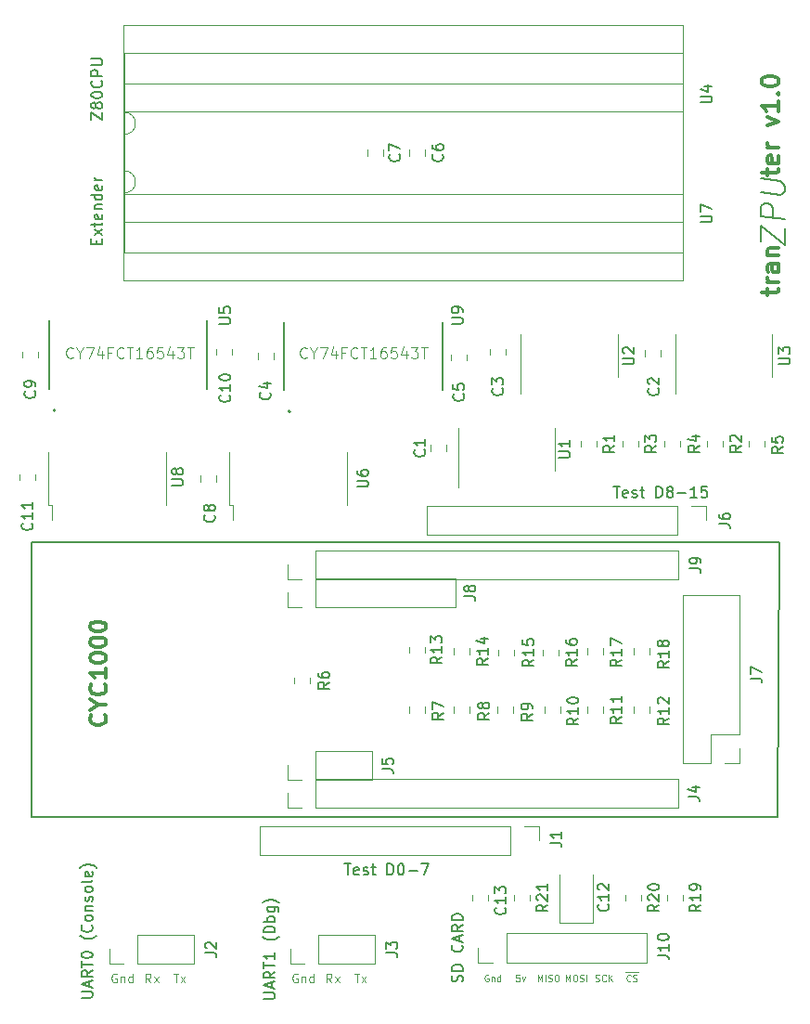
<source format=gto>
G04 #@! TF.GenerationSoftware,KiCad,Pcbnew,(5.1.2-1)-1*
G04 #@! TF.CreationDate,2019-09-02T17:54:29+01:00*
G04 #@! TF.ProjectId,tranZPUter,7472616e-5a50-4557-9465-722e6b696361,rev?*
G04 #@! TF.SameCoordinates,Original*
G04 #@! TF.FileFunction,Legend,Top*
G04 #@! TF.FilePolarity,Positive*
%FSLAX46Y46*%
G04 Gerber Fmt 4.6, Leading zero omitted, Abs format (unit mm)*
G04 Created by KiCad (PCBNEW (5.1.2-1)-1) date 2019-09-02 17:54:29*
%MOMM*%
%LPD*%
G04 APERTURE LIST*
%ADD10C,0.100000*%
%ADD11C,0.150000*%
%ADD12C,0.200000*%
%ADD13C,0.300000*%
%ADD14C,0.120000*%
%ADD15C,0.127000*%
%ADD16C,0.050000*%
G04 APERTURE END LIST*
D10*
X113723285Y-142152000D02*
X114323285Y-142152000D01*
X114209000Y-142928285D02*
X114180428Y-142956857D01*
X114094714Y-142985428D01*
X114037571Y-142985428D01*
X113951857Y-142956857D01*
X113894714Y-142899714D01*
X113866142Y-142842571D01*
X113837571Y-142728285D01*
X113837571Y-142642571D01*
X113866142Y-142528285D01*
X113894714Y-142471142D01*
X113951857Y-142414000D01*
X114037571Y-142385428D01*
X114094714Y-142385428D01*
X114180428Y-142414000D01*
X114209000Y-142442571D01*
X114323285Y-142152000D02*
X114894714Y-142152000D01*
X114437571Y-142956857D02*
X114523285Y-142985428D01*
X114666142Y-142985428D01*
X114723285Y-142956857D01*
X114751857Y-142928285D01*
X114780428Y-142871142D01*
X114780428Y-142814000D01*
X114751857Y-142756857D01*
X114723285Y-142728285D01*
X114666142Y-142699714D01*
X114551857Y-142671142D01*
X114494714Y-142642571D01*
X114466142Y-142614000D01*
X114437571Y-142556857D01*
X114437571Y-142499714D01*
X114466142Y-142442571D01*
X114494714Y-142414000D01*
X114551857Y-142385428D01*
X114694714Y-142385428D01*
X114780428Y-142414000D01*
X110997571Y-142956857D02*
X111083285Y-142985428D01*
X111226142Y-142985428D01*
X111283285Y-142956857D01*
X111311857Y-142928285D01*
X111340428Y-142871142D01*
X111340428Y-142814000D01*
X111311857Y-142756857D01*
X111283285Y-142728285D01*
X111226142Y-142699714D01*
X111111857Y-142671142D01*
X111054714Y-142642571D01*
X111026142Y-142614000D01*
X110997571Y-142556857D01*
X110997571Y-142499714D01*
X111026142Y-142442571D01*
X111054714Y-142414000D01*
X111111857Y-142385428D01*
X111254714Y-142385428D01*
X111340428Y-142414000D01*
X111940428Y-142928285D02*
X111911857Y-142956857D01*
X111826142Y-142985428D01*
X111769000Y-142985428D01*
X111683285Y-142956857D01*
X111626142Y-142899714D01*
X111597571Y-142842571D01*
X111569000Y-142728285D01*
X111569000Y-142642571D01*
X111597571Y-142528285D01*
X111626142Y-142471142D01*
X111683285Y-142414000D01*
X111769000Y-142385428D01*
X111826142Y-142385428D01*
X111911857Y-142414000D01*
X111940428Y-142442571D01*
X112197571Y-142985428D02*
X112197571Y-142385428D01*
X112540428Y-142985428D02*
X112283285Y-142642571D01*
X112540428Y-142385428D02*
X112197571Y-142728285D01*
X108286142Y-142985428D02*
X108286142Y-142385428D01*
X108486142Y-142814000D01*
X108686142Y-142385428D01*
X108686142Y-142985428D01*
X109086142Y-142385428D02*
X109200428Y-142385428D01*
X109257571Y-142414000D01*
X109314714Y-142471142D01*
X109343285Y-142585428D01*
X109343285Y-142785428D01*
X109314714Y-142899714D01*
X109257571Y-142956857D01*
X109200428Y-142985428D01*
X109086142Y-142985428D01*
X109029000Y-142956857D01*
X108971857Y-142899714D01*
X108943285Y-142785428D01*
X108943285Y-142585428D01*
X108971857Y-142471142D01*
X109029000Y-142414000D01*
X109086142Y-142385428D01*
X109571857Y-142956857D02*
X109657571Y-142985428D01*
X109800428Y-142985428D01*
X109857571Y-142956857D01*
X109886142Y-142928285D01*
X109914714Y-142871142D01*
X109914714Y-142814000D01*
X109886142Y-142756857D01*
X109857571Y-142728285D01*
X109800428Y-142699714D01*
X109686142Y-142671142D01*
X109629000Y-142642571D01*
X109600428Y-142614000D01*
X109571857Y-142556857D01*
X109571857Y-142499714D01*
X109600428Y-142442571D01*
X109629000Y-142414000D01*
X109686142Y-142385428D01*
X109829000Y-142385428D01*
X109914714Y-142414000D01*
X110171857Y-142985428D02*
X110171857Y-142385428D01*
X105746142Y-142985428D02*
X105746142Y-142385428D01*
X105946142Y-142814000D01*
X106146142Y-142385428D01*
X106146142Y-142985428D01*
X106431857Y-142985428D02*
X106431857Y-142385428D01*
X106689000Y-142956857D02*
X106774714Y-142985428D01*
X106917571Y-142985428D01*
X106974714Y-142956857D01*
X107003285Y-142928285D01*
X107031857Y-142871142D01*
X107031857Y-142814000D01*
X107003285Y-142756857D01*
X106974714Y-142728285D01*
X106917571Y-142699714D01*
X106803285Y-142671142D01*
X106746142Y-142642571D01*
X106717571Y-142614000D01*
X106689000Y-142556857D01*
X106689000Y-142499714D01*
X106717571Y-142442571D01*
X106746142Y-142414000D01*
X106803285Y-142385428D01*
X106946142Y-142385428D01*
X107031857Y-142414000D01*
X107403285Y-142385428D02*
X107517571Y-142385428D01*
X107574714Y-142414000D01*
X107631857Y-142471142D01*
X107660428Y-142585428D01*
X107660428Y-142785428D01*
X107631857Y-142899714D01*
X107574714Y-142956857D01*
X107517571Y-142985428D01*
X107403285Y-142985428D01*
X107346142Y-142956857D01*
X107289000Y-142899714D01*
X107260428Y-142785428D01*
X107260428Y-142585428D01*
X107289000Y-142471142D01*
X107346142Y-142414000D01*
X107403285Y-142385428D01*
X104063285Y-142385428D02*
X103777571Y-142385428D01*
X103749000Y-142671142D01*
X103777571Y-142642571D01*
X103834714Y-142614000D01*
X103977571Y-142614000D01*
X104034714Y-142642571D01*
X104063285Y-142671142D01*
X104091857Y-142728285D01*
X104091857Y-142871142D01*
X104063285Y-142928285D01*
X104034714Y-142956857D01*
X103977571Y-142985428D01*
X103834714Y-142985428D01*
X103777571Y-142956857D01*
X103749000Y-142928285D01*
X104291857Y-142585428D02*
X104434714Y-142985428D01*
X104577571Y-142585428D01*
X101223285Y-142414000D02*
X101166142Y-142385428D01*
X101080428Y-142385428D01*
X100994714Y-142414000D01*
X100937571Y-142471142D01*
X100909000Y-142528285D01*
X100880428Y-142642571D01*
X100880428Y-142728285D01*
X100909000Y-142842571D01*
X100937571Y-142899714D01*
X100994714Y-142956857D01*
X101080428Y-142985428D01*
X101137571Y-142985428D01*
X101223285Y-142956857D01*
X101251857Y-142928285D01*
X101251857Y-142728285D01*
X101137571Y-142728285D01*
X101509000Y-142585428D02*
X101509000Y-142985428D01*
X101509000Y-142642571D02*
X101537571Y-142614000D01*
X101594714Y-142585428D01*
X101680428Y-142585428D01*
X101737571Y-142614000D01*
X101766142Y-142671142D01*
X101766142Y-142985428D01*
X102309000Y-142985428D02*
X102309000Y-142385428D01*
X102309000Y-142956857D02*
X102251857Y-142985428D01*
X102137571Y-142985428D01*
X102080428Y-142956857D01*
X102051857Y-142928285D01*
X102023285Y-142871142D01*
X102023285Y-142699714D01*
X102051857Y-142642571D01*
X102080428Y-142614000D01*
X102137571Y-142585428D01*
X102251857Y-142585428D01*
X102309000Y-142614000D01*
X88991619Y-142275904D02*
X89448761Y-142275904D01*
X89220190Y-143075904D02*
X89220190Y-142275904D01*
X89639238Y-143075904D02*
X90058285Y-142542571D01*
X89639238Y-142542571D02*
X90058285Y-143075904D01*
X83822714Y-142314000D02*
X83746523Y-142275904D01*
X83632238Y-142275904D01*
X83517952Y-142314000D01*
X83441761Y-142390190D01*
X83403666Y-142466380D01*
X83365571Y-142618761D01*
X83365571Y-142733047D01*
X83403666Y-142885428D01*
X83441761Y-142961619D01*
X83517952Y-143037809D01*
X83632238Y-143075904D01*
X83708428Y-143075904D01*
X83822714Y-143037809D01*
X83860809Y-142999714D01*
X83860809Y-142733047D01*
X83708428Y-142733047D01*
X84203666Y-142542571D02*
X84203666Y-143075904D01*
X84203666Y-142618761D02*
X84241761Y-142580666D01*
X84317952Y-142542571D01*
X84432238Y-142542571D01*
X84508428Y-142580666D01*
X84546523Y-142656857D01*
X84546523Y-143075904D01*
X85270333Y-143075904D02*
X85270333Y-142275904D01*
X85270333Y-143037809D02*
X85194142Y-143075904D01*
X85041761Y-143075904D01*
X84965571Y-143037809D01*
X84927476Y-142999714D01*
X84889380Y-142923523D01*
X84889380Y-142694952D01*
X84927476Y-142618761D01*
X84965571Y-142580666D01*
X85041761Y-142542571D01*
X85194142Y-142542571D01*
X85270333Y-142580666D01*
X86927809Y-143075904D02*
X86661142Y-142694952D01*
X86470666Y-143075904D02*
X86470666Y-142275904D01*
X86775428Y-142275904D01*
X86851619Y-142314000D01*
X86889714Y-142352095D01*
X86927809Y-142428285D01*
X86927809Y-142542571D01*
X86889714Y-142618761D01*
X86851619Y-142656857D01*
X86775428Y-142694952D01*
X86470666Y-142694952D01*
X87194476Y-143075904D02*
X87613523Y-142542571D01*
X87194476Y-142542571D02*
X87613523Y-143075904D01*
X67312714Y-142314000D02*
X67236523Y-142275904D01*
X67122238Y-142275904D01*
X67007952Y-142314000D01*
X66931761Y-142390190D01*
X66893666Y-142466380D01*
X66855571Y-142618761D01*
X66855571Y-142733047D01*
X66893666Y-142885428D01*
X66931761Y-142961619D01*
X67007952Y-143037809D01*
X67122238Y-143075904D01*
X67198428Y-143075904D01*
X67312714Y-143037809D01*
X67350809Y-142999714D01*
X67350809Y-142733047D01*
X67198428Y-142733047D01*
X67693666Y-142542571D02*
X67693666Y-143075904D01*
X67693666Y-142618761D02*
X67731761Y-142580666D01*
X67807952Y-142542571D01*
X67922238Y-142542571D01*
X67998428Y-142580666D01*
X68036523Y-142656857D01*
X68036523Y-143075904D01*
X68760333Y-143075904D02*
X68760333Y-142275904D01*
X68760333Y-143037809D02*
X68684142Y-143075904D01*
X68531761Y-143075904D01*
X68455571Y-143037809D01*
X68417476Y-142999714D01*
X68379380Y-142923523D01*
X68379380Y-142694952D01*
X68417476Y-142618761D01*
X68455571Y-142580666D01*
X68531761Y-142542571D01*
X68684142Y-142542571D01*
X68760333Y-142580666D01*
X70417809Y-143075904D02*
X70151142Y-142694952D01*
X69960666Y-143075904D02*
X69960666Y-142275904D01*
X70265428Y-142275904D01*
X70341619Y-142314000D01*
X70379714Y-142352095D01*
X70417809Y-142428285D01*
X70417809Y-142542571D01*
X70379714Y-142618761D01*
X70341619Y-142656857D01*
X70265428Y-142694952D01*
X69960666Y-142694952D01*
X70684476Y-143075904D02*
X71103523Y-142542571D01*
X70684476Y-142542571D02*
X71103523Y-143075904D01*
X72481619Y-142275904D02*
X72938761Y-142275904D01*
X72710190Y-143075904D02*
X72710190Y-142275904D01*
X73129238Y-143075904D02*
X73548285Y-142542571D01*
X73129238Y-142542571D02*
X73548285Y-143075904D01*
D11*
X59572000Y-127982000D02*
X59572000Y-102963000D01*
X127644000Y-127982000D02*
X59572000Y-127982000D01*
X127771000Y-102963000D02*
X127644000Y-127982000D01*
X59572000Y-102963000D02*
X127771000Y-102963000D01*
D12*
X126058238Y-75530119D02*
X126058238Y-74063452D01*
X128258238Y-75805119D01*
X128258238Y-74338452D01*
X128258238Y-73500357D02*
X126058238Y-73225357D01*
X126058238Y-72387261D01*
X126163000Y-72190833D01*
X126267761Y-72099166D01*
X126477285Y-72020595D01*
X126791571Y-72059880D01*
X127001095Y-72190833D01*
X127105857Y-72308690D01*
X127210619Y-72531309D01*
X127210619Y-73369404D01*
X126058238Y-71025357D02*
X127839190Y-71247976D01*
X128048714Y-71169404D01*
X128153476Y-71077738D01*
X128258238Y-70881309D01*
X128258238Y-70462261D01*
X128153476Y-70239642D01*
X128048714Y-70121785D01*
X127839190Y-69990833D01*
X126058238Y-69768214D01*
D13*
X126666142Y-80381142D02*
X126666142Y-79771619D01*
X126132809Y-80152571D02*
X127504238Y-80152571D01*
X127656619Y-80076380D01*
X127732809Y-79924000D01*
X127732809Y-79771619D01*
X127732809Y-79238285D02*
X126666142Y-79238285D01*
X126970904Y-79238285D02*
X126818523Y-79162095D01*
X126742333Y-79085904D01*
X126666142Y-78933523D01*
X126666142Y-78781142D01*
X127732809Y-77562095D02*
X126894714Y-77562095D01*
X126742333Y-77638285D01*
X126666142Y-77790666D01*
X126666142Y-78095428D01*
X126742333Y-78247809D01*
X127656619Y-77562095D02*
X127732809Y-77714476D01*
X127732809Y-78095428D01*
X127656619Y-78247809D01*
X127504238Y-78324000D01*
X127351857Y-78324000D01*
X127199476Y-78247809D01*
X127123285Y-78095428D01*
X127123285Y-77714476D01*
X127047095Y-77562095D01*
X126666142Y-76800190D02*
X127732809Y-76800190D01*
X126818523Y-76800190D02*
X126742333Y-76724000D01*
X126666142Y-76571619D01*
X126666142Y-76343047D01*
X126742333Y-76190666D01*
X126894714Y-76114476D01*
X127732809Y-76114476D01*
X126666142Y-69485904D02*
X126666142Y-68876380D01*
X126132809Y-69257333D02*
X127504238Y-69257333D01*
X127656619Y-69181142D01*
X127732809Y-69028761D01*
X127732809Y-68876380D01*
X127656619Y-67733523D02*
X127732809Y-67885904D01*
X127732809Y-68190666D01*
X127656619Y-68343047D01*
X127504238Y-68419238D01*
X126894714Y-68419238D01*
X126742333Y-68343047D01*
X126666142Y-68190666D01*
X126666142Y-67885904D01*
X126742333Y-67733523D01*
X126894714Y-67657333D01*
X127047095Y-67657333D01*
X127199476Y-68419238D01*
X127732809Y-66971619D02*
X126666142Y-66971619D01*
X126970904Y-66971619D02*
X126818523Y-66895428D01*
X126742333Y-66819238D01*
X126666142Y-66666857D01*
X126666142Y-66514476D01*
X126666142Y-64914476D02*
X127732809Y-64533523D01*
X126666142Y-64152571D01*
X127732809Y-62704952D02*
X127732809Y-63619238D01*
X127732809Y-63162095D02*
X126132809Y-63162095D01*
X126361380Y-63314476D01*
X126513761Y-63466857D01*
X126589952Y-63619238D01*
X127580428Y-62019238D02*
X127656619Y-61943047D01*
X127732809Y-62019238D01*
X127656619Y-62095428D01*
X127580428Y-62019238D01*
X127732809Y-62019238D01*
X126132809Y-60952571D02*
X126132809Y-60800190D01*
X126209000Y-60647809D01*
X126285190Y-60571619D01*
X126437571Y-60495428D01*
X126742333Y-60419238D01*
X127123285Y-60419238D01*
X127428047Y-60495428D01*
X127580428Y-60571619D01*
X127656619Y-60647809D01*
X127732809Y-60800190D01*
X127732809Y-60952571D01*
X127656619Y-61104952D01*
X127580428Y-61181142D01*
X127428047Y-61257333D01*
X127123285Y-61333523D01*
X126742333Y-61333523D01*
X126437571Y-61257333D01*
X126285190Y-61181142D01*
X126209000Y-61104952D01*
X126132809Y-60952571D01*
X66203714Y-118686714D02*
X66275142Y-118758142D01*
X66346571Y-118972428D01*
X66346571Y-119115285D01*
X66275142Y-119329571D01*
X66132285Y-119472428D01*
X65989428Y-119543857D01*
X65703714Y-119615285D01*
X65489428Y-119615285D01*
X65203714Y-119543857D01*
X65060857Y-119472428D01*
X64918000Y-119329571D01*
X64846571Y-119115285D01*
X64846571Y-118972428D01*
X64918000Y-118758142D01*
X64989428Y-118686714D01*
X65632285Y-117758142D02*
X66346571Y-117758142D01*
X64846571Y-118258142D02*
X65632285Y-117758142D01*
X64846571Y-117258142D01*
X66203714Y-115901000D02*
X66275142Y-115972428D01*
X66346571Y-116186714D01*
X66346571Y-116329571D01*
X66275142Y-116543857D01*
X66132285Y-116686714D01*
X65989428Y-116758142D01*
X65703714Y-116829571D01*
X65489428Y-116829571D01*
X65203714Y-116758142D01*
X65060857Y-116686714D01*
X64918000Y-116543857D01*
X64846571Y-116329571D01*
X64846571Y-116186714D01*
X64918000Y-115972428D01*
X64989428Y-115901000D01*
X66346571Y-114472428D02*
X66346571Y-115329571D01*
X66346571Y-114901000D02*
X64846571Y-114901000D01*
X65060857Y-115043857D01*
X65203714Y-115186714D01*
X65275142Y-115329571D01*
X64846571Y-113543857D02*
X64846571Y-113401000D01*
X64918000Y-113258142D01*
X64989428Y-113186714D01*
X65132285Y-113115285D01*
X65418000Y-113043857D01*
X65775142Y-113043857D01*
X66060857Y-113115285D01*
X66203714Y-113186714D01*
X66275142Y-113258142D01*
X66346571Y-113401000D01*
X66346571Y-113543857D01*
X66275142Y-113686714D01*
X66203714Y-113758142D01*
X66060857Y-113829571D01*
X65775142Y-113901000D01*
X65418000Y-113901000D01*
X65132285Y-113829571D01*
X64989428Y-113758142D01*
X64918000Y-113686714D01*
X64846571Y-113543857D01*
X64846571Y-112115285D02*
X64846571Y-111972428D01*
X64918000Y-111829571D01*
X64989428Y-111758142D01*
X65132285Y-111686714D01*
X65418000Y-111615285D01*
X65775142Y-111615285D01*
X66060857Y-111686714D01*
X66203714Y-111758142D01*
X66275142Y-111829571D01*
X66346571Y-111972428D01*
X66346571Y-112115285D01*
X66275142Y-112258142D01*
X66203714Y-112329571D01*
X66060857Y-112401000D01*
X65775142Y-112472428D01*
X65418000Y-112472428D01*
X65132285Y-112401000D01*
X64989428Y-112329571D01*
X64918000Y-112258142D01*
X64846571Y-112115285D01*
X64846571Y-110686714D02*
X64846571Y-110543857D01*
X64918000Y-110401000D01*
X64989428Y-110329571D01*
X65132285Y-110258142D01*
X65418000Y-110186714D01*
X65775142Y-110186714D01*
X66060857Y-110258142D01*
X66203714Y-110329571D01*
X66275142Y-110401000D01*
X66346571Y-110543857D01*
X66346571Y-110686714D01*
X66275142Y-110829571D01*
X66203714Y-110901000D01*
X66060857Y-110972428D01*
X65775142Y-111043857D01*
X65418000Y-111043857D01*
X65132285Y-110972428D01*
X64989428Y-110901000D01*
X64918000Y-110829571D01*
X64846571Y-110686714D01*
D14*
X110739000Y-137602000D02*
X110739000Y-133217000D01*
X107719000Y-137602000D02*
X110739000Y-137602000D01*
X107719000Y-133217000D02*
X107719000Y-137602000D01*
X104159000Y-85945000D02*
X104159000Y-89395000D01*
X104159000Y-85945000D02*
X104159000Y-83995000D01*
X113029000Y-85945000D02*
X113029000Y-87895000D01*
X113029000Y-85945000D02*
X113029000Y-83995000D01*
X98444000Y-94454000D02*
X98444000Y-97904000D01*
X98444000Y-94454000D02*
X98444000Y-92504000D01*
X107314000Y-94454000D02*
X107314000Y-96404000D01*
X107314000Y-94454000D02*
X107314000Y-92504000D01*
X97366000Y-94588252D02*
X97366000Y-94065748D01*
X95946000Y-94588252D02*
X95946000Y-94065748D01*
X67961000Y-55786000D02*
X67961000Y-73686000D01*
X119001000Y-55786000D02*
X67961000Y-55786000D01*
X119001000Y-73686000D02*
X119001000Y-55786000D01*
X67961000Y-73686000D02*
X119001000Y-73686000D01*
X68021000Y-58276000D02*
X68021000Y-63736000D01*
X118941000Y-58276000D02*
X68021000Y-58276000D01*
X118941000Y-71196000D02*
X118941000Y-58276000D01*
X68021000Y-71196000D02*
X118941000Y-71196000D01*
X68021000Y-65736000D02*
X68021000Y-71196000D01*
X68021000Y-63736000D02*
G75*
G02X68021000Y-65736000I0J-1000000D01*
G01*
X67961000Y-61120000D02*
X67961000Y-79020000D01*
X119001000Y-61120000D02*
X67961000Y-61120000D01*
X119001000Y-79020000D02*
X119001000Y-61120000D01*
X67961000Y-79020000D02*
X119001000Y-79020000D01*
X68021000Y-63610000D02*
X68021000Y-69070000D01*
X118941000Y-63610000D02*
X68021000Y-63610000D01*
X118941000Y-76530000D02*
X118941000Y-63610000D01*
X68021000Y-76530000D02*
X118941000Y-76530000D01*
X68021000Y-71070000D02*
X68021000Y-76530000D01*
X68021000Y-69070000D02*
G75*
G02X68021000Y-71070000I0J-1000000D01*
G01*
X111717000Y-113130252D02*
X111717000Y-112607748D01*
X110297000Y-113130252D02*
X110297000Y-112607748D01*
X110297000Y-117941748D02*
X110297000Y-118464252D01*
X111717000Y-117941748D02*
X111717000Y-118464252D01*
X83500000Y-115265748D02*
X83500000Y-115788252D01*
X84920000Y-115265748D02*
X84920000Y-115788252D01*
D12*
X61698000Y-90904000D02*
G75*
G03X61698000Y-90904000I-100000J0D01*
G01*
D15*
X75558000Y-88924000D02*
X75558000Y-82724000D01*
X61138000Y-88924000D02*
X61138000Y-82724000D01*
D14*
X71830000Y-99521000D02*
X71830000Y-94721000D01*
X61030000Y-99521000D02*
X61030000Y-94721000D01*
X61430000Y-99521000D02*
X61430000Y-100921000D01*
X61030000Y-99521000D02*
X61430000Y-99521000D01*
X88340000Y-99521000D02*
X88340000Y-94721000D01*
X77540000Y-99521000D02*
X77540000Y-94721000D01*
X77940000Y-99521000D02*
X77940000Y-100921000D01*
X77540000Y-99521000D02*
X77940000Y-99521000D01*
X58481000Y-96732748D02*
X58481000Y-97255252D01*
X59901000Y-96732748D02*
X59901000Y-97255252D01*
X121100000Y-99601000D02*
X121100000Y-100931000D01*
X119770000Y-99601000D02*
X121100000Y-99601000D01*
X118500000Y-99601000D02*
X118500000Y-102261000D01*
X118500000Y-102261000D02*
X95580000Y-102261000D01*
X118500000Y-99601000D02*
X95580000Y-99601000D01*
X95580000Y-99601000D02*
X95580000Y-102261000D01*
X105860000Y-128811000D02*
X105860000Y-130141000D01*
X104530000Y-128811000D02*
X105860000Y-128811000D01*
X103260000Y-128811000D02*
X103260000Y-131471000D01*
X103260000Y-131471000D02*
X80340000Y-131471000D01*
X103260000Y-128811000D02*
X80340000Y-128811000D01*
X80340000Y-128811000D02*
X80340000Y-131471000D01*
X111082000Y-94207252D02*
X111082000Y-93684748D01*
X109662000Y-94207252D02*
X109662000Y-93684748D01*
X126449000Y-94207252D02*
X126449000Y-93684748D01*
X125029000Y-94207252D02*
X125029000Y-93684748D01*
X118702000Y-94207252D02*
X118702000Y-93684748D01*
X117282000Y-94207252D02*
X117282000Y-93684748D01*
X114892000Y-94207252D02*
X114892000Y-93684748D01*
X113472000Y-94207252D02*
X113472000Y-93684748D01*
X122639000Y-94207252D02*
X122639000Y-93684748D01*
X121219000Y-94207252D02*
X121219000Y-93684748D01*
D12*
X83161000Y-91001000D02*
G75*
G03X83161000Y-91001000I-100000J0D01*
G01*
D15*
X97021000Y-89021000D02*
X97021000Y-82821000D01*
X82601000Y-89021000D02*
X82601000Y-82821000D01*
D14*
X118256000Y-85945000D02*
X118256000Y-89395000D01*
X118256000Y-85945000D02*
X118256000Y-83995000D01*
X127126000Y-85945000D02*
X127126000Y-87895000D01*
X127126000Y-85945000D02*
X127126000Y-83995000D01*
X99756000Y-135086748D02*
X99756000Y-135609252D01*
X101176000Y-135086748D02*
X101176000Y-135609252D01*
X77808000Y-85825252D02*
X77808000Y-85302748D01*
X76388000Y-85825252D02*
X76388000Y-85302748D01*
X60155000Y-86079252D02*
X60155000Y-85556748D01*
X58735000Y-86079252D02*
X58735000Y-85556748D01*
X74991000Y-96859748D02*
X74991000Y-97382252D01*
X76411000Y-96859748D02*
X76411000Y-97382252D01*
X90231000Y-67141748D02*
X90231000Y-67664252D01*
X91651000Y-67141748D02*
X91651000Y-67664252D01*
X94041000Y-67141748D02*
X94041000Y-67664252D01*
X95461000Y-67141748D02*
X95461000Y-67664252D01*
X99271000Y-86333252D02*
X99271000Y-85810748D01*
X97851000Y-86333252D02*
X97851000Y-85810748D01*
X102827000Y-85825252D02*
X102827000Y-85302748D01*
X101407000Y-85825252D02*
X101407000Y-85302748D01*
X116924000Y-85952252D02*
X116924000Y-85429748D01*
X115504000Y-85952252D02*
X115504000Y-85429748D01*
X81618000Y-86206252D02*
X81618000Y-85683748D01*
X80198000Y-86206252D02*
X80198000Y-85683748D01*
X104986000Y-135609252D02*
X104986000Y-135086748D01*
X103566000Y-135609252D02*
X103566000Y-135086748D01*
X115146000Y-135609252D02*
X115146000Y-135086748D01*
X113726000Y-135609252D02*
X113726000Y-135086748D01*
X118956000Y-135609252D02*
X118956000Y-135086748D01*
X117536000Y-135609252D02*
X117536000Y-135086748D01*
X115908000Y-113130252D02*
X115908000Y-112607748D01*
X114488000Y-113130252D02*
X114488000Y-112607748D01*
X107653000Y-113248252D02*
X107653000Y-112725748D01*
X106233000Y-113248252D02*
X106233000Y-112725748D01*
X103589000Y-113257252D02*
X103589000Y-112734748D01*
X102169000Y-113257252D02*
X102169000Y-112734748D01*
X99525000Y-113130252D02*
X99525000Y-112607748D01*
X98105000Y-113130252D02*
X98105000Y-112607748D01*
X95461000Y-113003252D02*
X95461000Y-112480748D01*
X94041000Y-113003252D02*
X94041000Y-112480748D01*
X114488000Y-117941748D02*
X114488000Y-118464252D01*
X115908000Y-117941748D02*
X115908000Y-118464252D01*
X106360000Y-117941748D02*
X106360000Y-118464252D01*
X107780000Y-117941748D02*
X107780000Y-118464252D01*
X102042000Y-117941748D02*
X102042000Y-118464252D01*
X103462000Y-117941748D02*
X103462000Y-118464252D01*
X98105000Y-117941748D02*
X98105000Y-118464252D01*
X99525000Y-117941748D02*
X99525000Y-118464252D01*
X94041000Y-117941748D02*
X94041000Y-118464252D01*
X95461000Y-117941748D02*
X95461000Y-118464252D01*
X124148000Y-123089000D02*
X122818000Y-123089000D01*
X124148000Y-121759000D02*
X124148000Y-123089000D01*
X121548000Y-123089000D02*
X118948000Y-123089000D01*
X121548000Y-120489000D02*
X121548000Y-123089000D01*
X124148000Y-120489000D02*
X121548000Y-120489000D01*
X118948000Y-123089000D02*
X118948000Y-107729000D01*
X124148000Y-120489000D02*
X124148000Y-107729000D01*
X124148000Y-107729000D02*
X118948000Y-107729000D01*
X82880000Y-106325000D02*
X82880000Y-104995000D01*
X84210000Y-106325000D02*
X82880000Y-106325000D01*
X85480000Y-106325000D02*
X85480000Y-103665000D01*
X85480000Y-103665000D02*
X118560000Y-103665000D01*
X85480000Y-106325000D02*
X118560000Y-106325000D01*
X118560000Y-106325000D02*
X118560000Y-103665000D01*
X82880000Y-108865000D02*
X82880000Y-107535000D01*
X84210000Y-108865000D02*
X82880000Y-108865000D01*
X85480000Y-108865000D02*
X85480000Y-106205000D01*
X85480000Y-106205000D02*
X98240000Y-106205000D01*
X85480000Y-108865000D02*
X98240000Y-108865000D01*
X98240000Y-108865000D02*
X98240000Y-106205000D01*
X82880000Y-124613000D02*
X82880000Y-123283000D01*
X84210000Y-124613000D02*
X82880000Y-124613000D01*
X85480000Y-124613000D02*
X85480000Y-121953000D01*
X85480000Y-121953000D02*
X90620000Y-121953000D01*
X85480000Y-124613000D02*
X90620000Y-124613000D01*
X90620000Y-124613000D02*
X90620000Y-121953000D01*
X82880000Y-127153000D02*
X82880000Y-125823000D01*
X84210000Y-127153000D02*
X82880000Y-127153000D01*
X85480000Y-127153000D02*
X85480000Y-124493000D01*
X85480000Y-124493000D02*
X118560000Y-124493000D01*
X85480000Y-127153000D02*
X118560000Y-127153000D01*
X118560000Y-127153000D02*
X118560000Y-124493000D01*
X100279000Y-141250000D02*
X100279000Y-139920000D01*
X101609000Y-141250000D02*
X100279000Y-141250000D01*
X102879000Y-141250000D02*
X102879000Y-138590000D01*
X102879000Y-138590000D02*
X115639000Y-138590000D01*
X102879000Y-141250000D02*
X115639000Y-141250000D01*
X115639000Y-141250000D02*
X115639000Y-138590000D01*
X83134000Y-141377000D02*
X83134000Y-140047000D01*
X84464000Y-141377000D02*
X83134000Y-141377000D01*
X85734000Y-141377000D02*
X85734000Y-138717000D01*
X85734000Y-138717000D02*
X90874000Y-138717000D01*
X85734000Y-141377000D02*
X90874000Y-141377000D01*
X90874000Y-141377000D02*
X90874000Y-138717000D01*
X66624000Y-141377000D02*
X66624000Y-140047000D01*
X67954000Y-141377000D02*
X66624000Y-141377000D01*
X69224000Y-141377000D02*
X69224000Y-138717000D01*
X69224000Y-138717000D02*
X74364000Y-138717000D01*
X69224000Y-141377000D02*
X74364000Y-141377000D01*
X74364000Y-141377000D02*
X74364000Y-138717000D01*
D11*
X112126142Y-135954357D02*
X112173761Y-136001976D01*
X112221380Y-136144833D01*
X112221380Y-136240071D01*
X112173761Y-136382928D01*
X112078523Y-136478166D01*
X111983285Y-136525785D01*
X111792809Y-136573404D01*
X111649952Y-136573404D01*
X111459476Y-136525785D01*
X111364238Y-136478166D01*
X111269000Y-136382928D01*
X111221380Y-136240071D01*
X111221380Y-136144833D01*
X111269000Y-136001976D01*
X111316619Y-135954357D01*
X112221380Y-135001976D02*
X112221380Y-135573404D01*
X112221380Y-135287690D02*
X111221380Y-135287690D01*
X111364238Y-135382928D01*
X111459476Y-135478166D01*
X111507095Y-135573404D01*
X111316619Y-134621023D02*
X111269000Y-134573404D01*
X111221380Y-134478166D01*
X111221380Y-134240071D01*
X111269000Y-134144833D01*
X111316619Y-134097214D01*
X111411857Y-134049595D01*
X111507095Y-134049595D01*
X111649952Y-134097214D01*
X112221380Y-134668642D01*
X112221380Y-134049595D01*
X113507380Y-86706904D02*
X114316904Y-86706904D01*
X114412142Y-86659285D01*
X114459761Y-86611666D01*
X114507380Y-86516428D01*
X114507380Y-86325952D01*
X114459761Y-86230714D01*
X114412142Y-86183095D01*
X114316904Y-86135476D01*
X113507380Y-86135476D01*
X113602619Y-85706904D02*
X113555000Y-85659285D01*
X113507380Y-85564047D01*
X113507380Y-85325952D01*
X113555000Y-85230714D01*
X113602619Y-85183095D01*
X113697857Y-85135476D01*
X113793095Y-85135476D01*
X113935952Y-85183095D01*
X114507380Y-85754523D01*
X114507380Y-85135476D01*
X107665380Y-95215904D02*
X108474904Y-95215904D01*
X108570142Y-95168285D01*
X108617761Y-95120666D01*
X108665380Y-95025428D01*
X108665380Y-94834952D01*
X108617761Y-94739714D01*
X108570142Y-94692095D01*
X108474904Y-94644476D01*
X107665380Y-94644476D01*
X108665380Y-93644476D02*
X108665380Y-94215904D01*
X108665380Y-93930190D02*
X107665380Y-93930190D01*
X107808238Y-94025428D01*
X107903476Y-94120666D01*
X107951095Y-94215904D01*
X95363142Y-94493666D02*
X95410761Y-94541285D01*
X95458380Y-94684142D01*
X95458380Y-94779380D01*
X95410761Y-94922238D01*
X95315523Y-95017476D01*
X95220285Y-95065095D01*
X95029809Y-95112714D01*
X94886952Y-95112714D01*
X94696476Y-95065095D01*
X94601238Y-95017476D01*
X94506000Y-94922238D01*
X94458380Y-94779380D01*
X94458380Y-94684142D01*
X94506000Y-94541285D01*
X94553619Y-94493666D01*
X95458380Y-93541285D02*
X95458380Y-94112714D01*
X95458380Y-93827000D02*
X94458380Y-93827000D01*
X94601238Y-93922238D01*
X94696476Y-94017476D01*
X94744095Y-94112714D01*
X120619380Y-62830904D02*
X121428904Y-62830904D01*
X121524142Y-62783285D01*
X121571761Y-62735666D01*
X121619380Y-62640428D01*
X121619380Y-62449952D01*
X121571761Y-62354714D01*
X121524142Y-62307095D01*
X121428904Y-62259476D01*
X120619380Y-62259476D01*
X120952714Y-61354714D02*
X121619380Y-61354714D01*
X120571761Y-61592809D02*
X121286047Y-61830904D01*
X121286047Y-61211857D01*
X64993380Y-64370523D02*
X64993380Y-63703857D01*
X65993380Y-64370523D01*
X65993380Y-63703857D01*
X65421952Y-63180047D02*
X65374333Y-63275285D01*
X65326714Y-63322904D01*
X65231476Y-63370523D01*
X65183857Y-63370523D01*
X65088619Y-63322904D01*
X65041000Y-63275285D01*
X64993380Y-63180047D01*
X64993380Y-62989571D01*
X65041000Y-62894333D01*
X65088619Y-62846714D01*
X65183857Y-62799095D01*
X65231476Y-62799095D01*
X65326714Y-62846714D01*
X65374333Y-62894333D01*
X65421952Y-62989571D01*
X65421952Y-63180047D01*
X65469571Y-63275285D01*
X65517190Y-63322904D01*
X65612428Y-63370523D01*
X65802904Y-63370523D01*
X65898142Y-63322904D01*
X65945761Y-63275285D01*
X65993380Y-63180047D01*
X65993380Y-62989571D01*
X65945761Y-62894333D01*
X65898142Y-62846714D01*
X65802904Y-62799095D01*
X65612428Y-62799095D01*
X65517190Y-62846714D01*
X65469571Y-62894333D01*
X65421952Y-62989571D01*
X64993380Y-62180047D02*
X64993380Y-62084809D01*
X65041000Y-61989571D01*
X65088619Y-61941952D01*
X65183857Y-61894333D01*
X65374333Y-61846714D01*
X65612428Y-61846714D01*
X65802904Y-61894333D01*
X65898142Y-61941952D01*
X65945761Y-61989571D01*
X65993380Y-62084809D01*
X65993380Y-62180047D01*
X65945761Y-62275285D01*
X65898142Y-62322904D01*
X65802904Y-62370523D01*
X65612428Y-62418142D01*
X65374333Y-62418142D01*
X65183857Y-62370523D01*
X65088619Y-62322904D01*
X65041000Y-62275285D01*
X64993380Y-62180047D01*
X65898142Y-60846714D02*
X65945761Y-60894333D01*
X65993380Y-61037190D01*
X65993380Y-61132428D01*
X65945761Y-61275285D01*
X65850523Y-61370523D01*
X65755285Y-61418142D01*
X65564809Y-61465761D01*
X65421952Y-61465761D01*
X65231476Y-61418142D01*
X65136238Y-61370523D01*
X65041000Y-61275285D01*
X64993380Y-61132428D01*
X64993380Y-61037190D01*
X65041000Y-60894333D01*
X65088619Y-60846714D01*
X65993380Y-60418142D02*
X64993380Y-60418142D01*
X64993380Y-60037190D01*
X65041000Y-59941952D01*
X65088619Y-59894333D01*
X65183857Y-59846714D01*
X65326714Y-59846714D01*
X65421952Y-59894333D01*
X65469571Y-59941952D01*
X65517190Y-60037190D01*
X65517190Y-60418142D01*
X64993380Y-59418142D02*
X65802904Y-59418142D01*
X65898142Y-59370523D01*
X65945761Y-59322904D01*
X65993380Y-59227666D01*
X65993380Y-59037190D01*
X65945761Y-58941952D01*
X65898142Y-58894333D01*
X65802904Y-58846714D01*
X64993380Y-58846714D01*
X120619380Y-73752904D02*
X121428904Y-73752904D01*
X121524142Y-73705285D01*
X121571761Y-73657666D01*
X121619380Y-73562428D01*
X121619380Y-73371952D01*
X121571761Y-73276714D01*
X121524142Y-73229095D01*
X121428904Y-73181476D01*
X120619380Y-73181476D01*
X120619380Y-72800523D02*
X120619380Y-72133857D01*
X121619380Y-72562428D01*
X65469571Y-75713190D02*
X65469571Y-75379857D01*
X65993380Y-75237000D02*
X65993380Y-75713190D01*
X64993380Y-75713190D01*
X64993380Y-75237000D01*
X65993380Y-74903666D02*
X65326714Y-74379857D01*
X65326714Y-74903666D02*
X65993380Y-74379857D01*
X65326714Y-74141761D02*
X65326714Y-73760809D01*
X64993380Y-73998904D02*
X65850523Y-73998904D01*
X65945761Y-73951285D01*
X65993380Y-73856047D01*
X65993380Y-73760809D01*
X65945761Y-73046523D02*
X65993380Y-73141761D01*
X65993380Y-73332238D01*
X65945761Y-73427476D01*
X65850523Y-73475095D01*
X65469571Y-73475095D01*
X65374333Y-73427476D01*
X65326714Y-73332238D01*
X65326714Y-73141761D01*
X65374333Y-73046523D01*
X65469571Y-72998904D01*
X65564809Y-72998904D01*
X65660047Y-73475095D01*
X65326714Y-72570333D02*
X65993380Y-72570333D01*
X65421952Y-72570333D02*
X65374333Y-72522714D01*
X65326714Y-72427476D01*
X65326714Y-72284619D01*
X65374333Y-72189380D01*
X65469571Y-72141761D01*
X65993380Y-72141761D01*
X65993380Y-71237000D02*
X64993380Y-71237000D01*
X65945761Y-71237000D02*
X65993380Y-71332238D01*
X65993380Y-71522714D01*
X65945761Y-71617952D01*
X65898142Y-71665571D01*
X65802904Y-71713190D01*
X65517190Y-71713190D01*
X65421952Y-71665571D01*
X65374333Y-71617952D01*
X65326714Y-71522714D01*
X65326714Y-71332238D01*
X65374333Y-71237000D01*
X65945761Y-70379857D02*
X65993380Y-70475095D01*
X65993380Y-70665571D01*
X65945761Y-70760809D01*
X65850523Y-70808428D01*
X65469571Y-70808428D01*
X65374333Y-70760809D01*
X65326714Y-70665571D01*
X65326714Y-70475095D01*
X65374333Y-70379857D01*
X65469571Y-70332238D01*
X65564809Y-70332238D01*
X65660047Y-70808428D01*
X65993380Y-69903666D02*
X65326714Y-69903666D01*
X65517190Y-69903666D02*
X65421952Y-69856047D01*
X65374333Y-69808428D01*
X65326714Y-69713190D01*
X65326714Y-69617952D01*
X113364380Y-113638857D02*
X112888190Y-113972190D01*
X113364380Y-114210285D02*
X112364380Y-114210285D01*
X112364380Y-113829333D01*
X112412000Y-113734095D01*
X112459619Y-113686476D01*
X112554857Y-113638857D01*
X112697714Y-113638857D01*
X112792952Y-113686476D01*
X112840571Y-113734095D01*
X112888190Y-113829333D01*
X112888190Y-114210285D01*
X113364380Y-112686476D02*
X113364380Y-113257904D01*
X113364380Y-112972190D02*
X112364380Y-112972190D01*
X112507238Y-113067428D01*
X112602476Y-113162666D01*
X112650095Y-113257904D01*
X112364380Y-112353142D02*
X112364380Y-111686476D01*
X113364380Y-112115047D01*
X113364380Y-118845857D02*
X112888190Y-119179190D01*
X113364380Y-119417285D02*
X112364380Y-119417285D01*
X112364380Y-119036333D01*
X112412000Y-118941095D01*
X112459619Y-118893476D01*
X112554857Y-118845857D01*
X112697714Y-118845857D01*
X112792952Y-118893476D01*
X112840571Y-118941095D01*
X112888190Y-119036333D01*
X112888190Y-119417285D01*
X113364380Y-117893476D02*
X113364380Y-118464904D01*
X113364380Y-118179190D02*
X112364380Y-118179190D01*
X112507238Y-118274428D01*
X112602476Y-118369666D01*
X112650095Y-118464904D01*
X113364380Y-116941095D02*
X113364380Y-117512523D01*
X113364380Y-117226809D02*
X112364380Y-117226809D01*
X112507238Y-117322047D01*
X112602476Y-117417285D01*
X112650095Y-117512523D01*
X86694380Y-115693666D02*
X86218190Y-116027000D01*
X86694380Y-116265095D02*
X85694380Y-116265095D01*
X85694380Y-115884142D01*
X85742000Y-115788904D01*
X85789619Y-115741285D01*
X85884857Y-115693666D01*
X86027714Y-115693666D01*
X86122952Y-115741285D01*
X86170571Y-115788904D01*
X86218190Y-115884142D01*
X86218190Y-116265095D01*
X85694380Y-114836523D02*
X85694380Y-115027000D01*
X85742000Y-115122238D01*
X85789619Y-115169857D01*
X85932476Y-115265095D01*
X86122952Y-115312714D01*
X86503904Y-115312714D01*
X86599142Y-115265095D01*
X86646761Y-115217476D01*
X86694380Y-115122238D01*
X86694380Y-114931761D01*
X86646761Y-114836523D01*
X86599142Y-114788904D01*
X86503904Y-114741285D01*
X86265809Y-114741285D01*
X86170571Y-114788904D01*
X86122952Y-114836523D01*
X86075333Y-114931761D01*
X86075333Y-115122238D01*
X86122952Y-115217476D01*
X86170571Y-115265095D01*
X86265809Y-115312714D01*
X76677380Y-83023904D02*
X77486904Y-83023904D01*
X77582142Y-82976285D01*
X77629761Y-82928666D01*
X77677380Y-82833428D01*
X77677380Y-82642952D01*
X77629761Y-82547714D01*
X77582142Y-82500095D01*
X77486904Y-82452476D01*
X76677380Y-82452476D01*
X76677380Y-81500095D02*
X76677380Y-81976285D01*
X77153571Y-82023904D01*
X77105952Y-81976285D01*
X77058333Y-81881047D01*
X77058333Y-81642952D01*
X77105952Y-81547714D01*
X77153571Y-81500095D01*
X77248809Y-81452476D01*
X77486904Y-81452476D01*
X77582142Y-81500095D01*
X77629761Y-81547714D01*
X77677380Y-81642952D01*
X77677380Y-81881047D01*
X77629761Y-81976285D01*
X77582142Y-82023904D01*
D16*
X63319142Y-86048142D02*
X63271523Y-86095761D01*
X63128666Y-86143380D01*
X63033428Y-86143380D01*
X62890571Y-86095761D01*
X62795333Y-86000523D01*
X62747714Y-85905285D01*
X62700095Y-85714809D01*
X62700095Y-85571952D01*
X62747714Y-85381476D01*
X62795333Y-85286238D01*
X62890571Y-85191000D01*
X63033428Y-85143380D01*
X63128666Y-85143380D01*
X63271523Y-85191000D01*
X63319142Y-85238619D01*
X63938190Y-85667190D02*
X63938190Y-86143380D01*
X63604857Y-85143380D02*
X63938190Y-85667190D01*
X64271523Y-85143380D01*
X64509619Y-85143380D02*
X65176285Y-85143380D01*
X64747714Y-86143380D01*
X65985809Y-85476714D02*
X65985809Y-86143380D01*
X65747714Y-85095761D02*
X65509619Y-85810047D01*
X66128666Y-85810047D01*
X66842952Y-85619571D02*
X66509619Y-85619571D01*
X66509619Y-86143380D02*
X66509619Y-85143380D01*
X66985809Y-85143380D01*
X67938190Y-86048142D02*
X67890571Y-86095761D01*
X67747714Y-86143380D01*
X67652476Y-86143380D01*
X67509619Y-86095761D01*
X67414380Y-86000523D01*
X67366761Y-85905285D01*
X67319142Y-85714809D01*
X67319142Y-85571952D01*
X67366761Y-85381476D01*
X67414380Y-85286238D01*
X67509619Y-85191000D01*
X67652476Y-85143380D01*
X67747714Y-85143380D01*
X67890571Y-85191000D01*
X67938190Y-85238619D01*
X68223904Y-85143380D02*
X68795333Y-85143380D01*
X68509619Y-86143380D02*
X68509619Y-85143380D01*
X69652476Y-86143380D02*
X69081047Y-86143380D01*
X69366761Y-86143380D02*
X69366761Y-85143380D01*
X69271523Y-85286238D01*
X69176285Y-85381476D01*
X69081047Y-85429095D01*
X70509619Y-85143380D02*
X70319142Y-85143380D01*
X70223904Y-85191000D01*
X70176285Y-85238619D01*
X70081047Y-85381476D01*
X70033428Y-85571952D01*
X70033428Y-85952904D01*
X70081047Y-86048142D01*
X70128666Y-86095761D01*
X70223904Y-86143380D01*
X70414380Y-86143380D01*
X70509619Y-86095761D01*
X70557238Y-86048142D01*
X70604857Y-85952904D01*
X70604857Y-85714809D01*
X70557238Y-85619571D01*
X70509619Y-85571952D01*
X70414380Y-85524333D01*
X70223904Y-85524333D01*
X70128666Y-85571952D01*
X70081047Y-85619571D01*
X70033428Y-85714809D01*
X71509619Y-85143380D02*
X71033428Y-85143380D01*
X70985809Y-85619571D01*
X71033428Y-85571952D01*
X71128666Y-85524333D01*
X71366761Y-85524333D01*
X71462000Y-85571952D01*
X71509619Y-85619571D01*
X71557238Y-85714809D01*
X71557238Y-85952904D01*
X71509619Y-86048142D01*
X71462000Y-86095761D01*
X71366761Y-86143380D01*
X71128666Y-86143380D01*
X71033428Y-86095761D01*
X70985809Y-86048142D01*
X72414380Y-85476714D02*
X72414380Y-86143380D01*
X72176285Y-85095761D02*
X71938190Y-85810047D01*
X72557238Y-85810047D01*
X72842952Y-85143380D02*
X73462000Y-85143380D01*
X73128666Y-85524333D01*
X73271523Y-85524333D01*
X73366761Y-85571952D01*
X73414380Y-85619571D01*
X73462000Y-85714809D01*
X73462000Y-85952904D01*
X73414380Y-86048142D01*
X73366761Y-86095761D01*
X73271523Y-86143380D01*
X72985809Y-86143380D01*
X72890571Y-86095761D01*
X72842952Y-86048142D01*
X73747714Y-85143380D02*
X74319142Y-85143380D01*
X74033428Y-86143380D02*
X74033428Y-85143380D01*
D11*
X72359380Y-97755904D02*
X73168904Y-97755904D01*
X73264142Y-97708285D01*
X73311761Y-97660666D01*
X73359380Y-97565428D01*
X73359380Y-97374952D01*
X73311761Y-97279714D01*
X73264142Y-97232095D01*
X73168904Y-97184476D01*
X72359380Y-97184476D01*
X72787952Y-96565428D02*
X72740333Y-96660666D01*
X72692714Y-96708285D01*
X72597476Y-96755904D01*
X72549857Y-96755904D01*
X72454619Y-96708285D01*
X72407000Y-96660666D01*
X72359380Y-96565428D01*
X72359380Y-96374952D01*
X72407000Y-96279714D01*
X72454619Y-96232095D01*
X72549857Y-96184476D01*
X72597476Y-96184476D01*
X72692714Y-96232095D01*
X72740333Y-96279714D01*
X72787952Y-96374952D01*
X72787952Y-96565428D01*
X72835571Y-96660666D01*
X72883190Y-96708285D01*
X72978428Y-96755904D01*
X73168904Y-96755904D01*
X73264142Y-96708285D01*
X73311761Y-96660666D01*
X73359380Y-96565428D01*
X73359380Y-96374952D01*
X73311761Y-96279714D01*
X73264142Y-96232095D01*
X73168904Y-96184476D01*
X72978428Y-96184476D01*
X72883190Y-96232095D01*
X72835571Y-96279714D01*
X72787952Y-96374952D01*
X89250380Y-97882904D02*
X90059904Y-97882904D01*
X90155142Y-97835285D01*
X90202761Y-97787666D01*
X90250380Y-97692428D01*
X90250380Y-97501952D01*
X90202761Y-97406714D01*
X90155142Y-97359095D01*
X90059904Y-97311476D01*
X89250380Y-97311476D01*
X89250380Y-96406714D02*
X89250380Y-96597190D01*
X89298000Y-96692428D01*
X89345619Y-96740047D01*
X89488476Y-96835285D01*
X89678952Y-96882904D01*
X90059904Y-96882904D01*
X90155142Y-96835285D01*
X90202761Y-96787666D01*
X90250380Y-96692428D01*
X90250380Y-96501952D01*
X90202761Y-96406714D01*
X90155142Y-96359095D01*
X90059904Y-96311476D01*
X89821809Y-96311476D01*
X89726571Y-96359095D01*
X89678952Y-96406714D01*
X89631333Y-96501952D01*
X89631333Y-96692428D01*
X89678952Y-96787666D01*
X89726571Y-96835285D01*
X89821809Y-96882904D01*
X59548142Y-101192857D02*
X59595761Y-101240476D01*
X59643380Y-101383333D01*
X59643380Y-101478571D01*
X59595761Y-101621428D01*
X59500523Y-101716666D01*
X59405285Y-101764285D01*
X59214809Y-101811904D01*
X59071952Y-101811904D01*
X58881476Y-101764285D01*
X58786238Y-101716666D01*
X58691000Y-101621428D01*
X58643380Y-101478571D01*
X58643380Y-101383333D01*
X58691000Y-101240476D01*
X58738619Y-101192857D01*
X59643380Y-100240476D02*
X59643380Y-100811904D01*
X59643380Y-100526190D02*
X58643380Y-100526190D01*
X58786238Y-100621428D01*
X58881476Y-100716666D01*
X58929095Y-100811904D01*
X59643380Y-99288095D02*
X59643380Y-99859523D01*
X59643380Y-99573809D02*
X58643380Y-99573809D01*
X58786238Y-99669047D01*
X58881476Y-99764285D01*
X58929095Y-99859523D01*
X122270380Y-101264333D02*
X122984666Y-101264333D01*
X123127523Y-101311952D01*
X123222761Y-101407190D01*
X123270380Y-101550047D01*
X123270380Y-101645285D01*
X122270380Y-100359571D02*
X122270380Y-100550047D01*
X122318000Y-100645285D01*
X122365619Y-100692904D01*
X122508476Y-100788142D01*
X122698952Y-100835761D01*
X123079904Y-100835761D01*
X123175142Y-100788142D01*
X123222761Y-100740523D01*
X123270380Y-100645285D01*
X123270380Y-100454809D01*
X123222761Y-100359571D01*
X123175142Y-100311952D01*
X123079904Y-100264333D01*
X122841809Y-100264333D01*
X122746571Y-100311952D01*
X122698952Y-100359571D01*
X122651333Y-100454809D01*
X122651333Y-100645285D01*
X122698952Y-100740523D01*
X122746571Y-100788142D01*
X122841809Y-100835761D01*
X112642666Y-97843380D02*
X113214095Y-97843380D01*
X112928380Y-98843380D02*
X112928380Y-97843380D01*
X113928380Y-98795761D02*
X113833142Y-98843380D01*
X113642666Y-98843380D01*
X113547428Y-98795761D01*
X113499809Y-98700523D01*
X113499809Y-98319571D01*
X113547428Y-98224333D01*
X113642666Y-98176714D01*
X113833142Y-98176714D01*
X113928380Y-98224333D01*
X113976000Y-98319571D01*
X113976000Y-98414809D01*
X113499809Y-98510047D01*
X114356952Y-98795761D02*
X114452190Y-98843380D01*
X114642666Y-98843380D01*
X114737904Y-98795761D01*
X114785523Y-98700523D01*
X114785523Y-98652904D01*
X114737904Y-98557666D01*
X114642666Y-98510047D01*
X114499809Y-98510047D01*
X114404571Y-98462428D01*
X114356952Y-98367190D01*
X114356952Y-98319571D01*
X114404571Y-98224333D01*
X114499809Y-98176714D01*
X114642666Y-98176714D01*
X114737904Y-98224333D01*
X115071238Y-98176714D02*
X115452190Y-98176714D01*
X115214095Y-97843380D02*
X115214095Y-98700523D01*
X115261714Y-98795761D01*
X115356952Y-98843380D01*
X115452190Y-98843380D01*
X116547428Y-98843380D02*
X116547428Y-97843380D01*
X116785523Y-97843380D01*
X116928380Y-97891000D01*
X117023619Y-97986238D01*
X117071238Y-98081476D01*
X117118857Y-98271952D01*
X117118857Y-98414809D01*
X117071238Y-98605285D01*
X117023619Y-98700523D01*
X116928380Y-98795761D01*
X116785523Y-98843380D01*
X116547428Y-98843380D01*
X117690285Y-98271952D02*
X117595047Y-98224333D01*
X117547428Y-98176714D01*
X117499809Y-98081476D01*
X117499809Y-98033857D01*
X117547428Y-97938619D01*
X117595047Y-97891000D01*
X117690285Y-97843380D01*
X117880761Y-97843380D01*
X117976000Y-97891000D01*
X118023619Y-97938619D01*
X118071238Y-98033857D01*
X118071238Y-98081476D01*
X118023619Y-98176714D01*
X117976000Y-98224333D01*
X117880761Y-98271952D01*
X117690285Y-98271952D01*
X117595047Y-98319571D01*
X117547428Y-98367190D01*
X117499809Y-98462428D01*
X117499809Y-98652904D01*
X117547428Y-98748142D01*
X117595047Y-98795761D01*
X117690285Y-98843380D01*
X117880761Y-98843380D01*
X117976000Y-98795761D01*
X118023619Y-98748142D01*
X118071238Y-98652904D01*
X118071238Y-98462428D01*
X118023619Y-98367190D01*
X117976000Y-98319571D01*
X117880761Y-98271952D01*
X118499809Y-98462428D02*
X119261714Y-98462428D01*
X120261714Y-98843380D02*
X119690285Y-98843380D01*
X119976000Y-98843380D02*
X119976000Y-97843380D01*
X119880761Y-97986238D01*
X119785523Y-98081476D01*
X119690285Y-98129095D01*
X121166476Y-97843380D02*
X120690285Y-97843380D01*
X120642666Y-98319571D01*
X120690285Y-98271952D01*
X120785523Y-98224333D01*
X121023619Y-98224333D01*
X121118857Y-98271952D01*
X121166476Y-98319571D01*
X121214095Y-98414809D01*
X121214095Y-98652904D01*
X121166476Y-98748142D01*
X121118857Y-98795761D01*
X121023619Y-98843380D01*
X120785523Y-98843380D01*
X120690285Y-98795761D01*
X120642666Y-98748142D01*
X106903380Y-130347333D02*
X107617666Y-130347333D01*
X107760523Y-130394952D01*
X107855761Y-130490190D01*
X107903380Y-130633047D01*
X107903380Y-130728285D01*
X107903380Y-129347333D02*
X107903380Y-129918761D01*
X107903380Y-129633047D02*
X106903380Y-129633047D01*
X107046238Y-129728285D01*
X107141476Y-129823523D01*
X107189095Y-129918761D01*
X88099857Y-132260380D02*
X88671285Y-132260380D01*
X88385571Y-133260380D02*
X88385571Y-132260380D01*
X89385571Y-133212761D02*
X89290333Y-133260380D01*
X89099857Y-133260380D01*
X89004619Y-133212761D01*
X88957000Y-133117523D01*
X88957000Y-132736571D01*
X89004619Y-132641333D01*
X89099857Y-132593714D01*
X89290333Y-132593714D01*
X89385571Y-132641333D01*
X89433190Y-132736571D01*
X89433190Y-132831809D01*
X88957000Y-132927047D01*
X89814142Y-133212761D02*
X89909380Y-133260380D01*
X90099857Y-133260380D01*
X90195095Y-133212761D01*
X90242714Y-133117523D01*
X90242714Y-133069904D01*
X90195095Y-132974666D01*
X90099857Y-132927047D01*
X89957000Y-132927047D01*
X89861761Y-132879428D01*
X89814142Y-132784190D01*
X89814142Y-132736571D01*
X89861761Y-132641333D01*
X89957000Y-132593714D01*
X90099857Y-132593714D01*
X90195095Y-132641333D01*
X90528428Y-132593714D02*
X90909380Y-132593714D01*
X90671285Y-132260380D02*
X90671285Y-133117523D01*
X90718904Y-133212761D01*
X90814142Y-133260380D01*
X90909380Y-133260380D01*
X92004619Y-133260380D02*
X92004619Y-132260380D01*
X92242714Y-132260380D01*
X92385571Y-132308000D01*
X92480809Y-132403238D01*
X92528428Y-132498476D01*
X92576047Y-132688952D01*
X92576047Y-132831809D01*
X92528428Y-133022285D01*
X92480809Y-133117523D01*
X92385571Y-133212761D01*
X92242714Y-133260380D01*
X92004619Y-133260380D01*
X93195095Y-132260380D02*
X93290333Y-132260380D01*
X93385571Y-132308000D01*
X93433190Y-132355619D01*
X93480809Y-132450857D01*
X93528428Y-132641333D01*
X93528428Y-132879428D01*
X93480809Y-133069904D01*
X93433190Y-133165142D01*
X93385571Y-133212761D01*
X93290333Y-133260380D01*
X93195095Y-133260380D01*
X93099857Y-133212761D01*
X93052238Y-133165142D01*
X93004619Y-133069904D01*
X92957000Y-132879428D01*
X92957000Y-132641333D01*
X93004619Y-132450857D01*
X93052238Y-132355619D01*
X93099857Y-132308000D01*
X93195095Y-132260380D01*
X93957000Y-132879428D02*
X94718904Y-132879428D01*
X95099857Y-132260380D02*
X95766523Y-132260380D01*
X95337952Y-133260380D01*
X112729380Y-94112666D02*
X112253190Y-94446000D01*
X112729380Y-94684095D02*
X111729380Y-94684095D01*
X111729380Y-94303142D01*
X111777000Y-94207904D01*
X111824619Y-94160285D01*
X111919857Y-94112666D01*
X112062714Y-94112666D01*
X112157952Y-94160285D01*
X112205571Y-94207904D01*
X112253190Y-94303142D01*
X112253190Y-94684095D01*
X112729380Y-93160285D02*
X112729380Y-93731714D01*
X112729380Y-93446000D02*
X111729380Y-93446000D01*
X111872238Y-93541238D01*
X111967476Y-93636476D01*
X112015095Y-93731714D01*
X128096380Y-94239666D02*
X127620190Y-94573000D01*
X128096380Y-94811095D02*
X127096380Y-94811095D01*
X127096380Y-94430142D01*
X127144000Y-94334904D01*
X127191619Y-94287285D01*
X127286857Y-94239666D01*
X127429714Y-94239666D01*
X127524952Y-94287285D01*
X127572571Y-94334904D01*
X127620190Y-94430142D01*
X127620190Y-94811095D01*
X127096380Y-93334904D02*
X127096380Y-93811095D01*
X127572571Y-93858714D01*
X127524952Y-93811095D01*
X127477333Y-93715857D01*
X127477333Y-93477761D01*
X127524952Y-93382523D01*
X127572571Y-93334904D01*
X127667809Y-93287285D01*
X127905904Y-93287285D01*
X128001142Y-93334904D01*
X128048761Y-93382523D01*
X128096380Y-93477761D01*
X128096380Y-93715857D01*
X128048761Y-93811095D01*
X128001142Y-93858714D01*
X120476380Y-94112666D02*
X120000190Y-94446000D01*
X120476380Y-94684095D02*
X119476380Y-94684095D01*
X119476380Y-94303142D01*
X119524000Y-94207904D01*
X119571619Y-94160285D01*
X119666857Y-94112666D01*
X119809714Y-94112666D01*
X119904952Y-94160285D01*
X119952571Y-94207904D01*
X120000190Y-94303142D01*
X120000190Y-94684095D01*
X119809714Y-93255523D02*
X120476380Y-93255523D01*
X119428761Y-93493619D02*
X120143047Y-93731714D01*
X120143047Y-93112666D01*
X116539380Y-94112666D02*
X116063190Y-94446000D01*
X116539380Y-94684095D02*
X115539380Y-94684095D01*
X115539380Y-94303142D01*
X115587000Y-94207904D01*
X115634619Y-94160285D01*
X115729857Y-94112666D01*
X115872714Y-94112666D01*
X115967952Y-94160285D01*
X116015571Y-94207904D01*
X116063190Y-94303142D01*
X116063190Y-94684095D01*
X115539380Y-93779333D02*
X115539380Y-93160285D01*
X115920333Y-93493619D01*
X115920333Y-93350761D01*
X115967952Y-93255523D01*
X116015571Y-93207904D01*
X116110809Y-93160285D01*
X116348904Y-93160285D01*
X116444142Y-93207904D01*
X116491761Y-93255523D01*
X116539380Y-93350761D01*
X116539380Y-93636476D01*
X116491761Y-93731714D01*
X116444142Y-93779333D01*
X124286380Y-94112666D02*
X123810190Y-94446000D01*
X124286380Y-94684095D02*
X123286380Y-94684095D01*
X123286380Y-94303142D01*
X123334000Y-94207904D01*
X123381619Y-94160285D01*
X123476857Y-94112666D01*
X123619714Y-94112666D01*
X123714952Y-94160285D01*
X123762571Y-94207904D01*
X123810190Y-94303142D01*
X123810190Y-94684095D01*
X123381619Y-93731714D02*
X123334000Y-93684095D01*
X123286380Y-93588857D01*
X123286380Y-93350761D01*
X123334000Y-93255523D01*
X123381619Y-93207904D01*
X123476857Y-93160285D01*
X123572095Y-93160285D01*
X123714952Y-93207904D01*
X124286380Y-93779333D01*
X124286380Y-93160285D01*
X97886380Y-83023904D02*
X98695904Y-83023904D01*
X98791142Y-82976285D01*
X98838761Y-82928666D01*
X98886380Y-82833428D01*
X98886380Y-82642952D01*
X98838761Y-82547714D01*
X98791142Y-82500095D01*
X98695904Y-82452476D01*
X97886380Y-82452476D01*
X98886380Y-81928666D02*
X98886380Y-81738190D01*
X98838761Y-81642952D01*
X98791142Y-81595333D01*
X98648285Y-81500095D01*
X98457809Y-81452476D01*
X98076857Y-81452476D01*
X97981619Y-81500095D01*
X97934000Y-81547714D01*
X97886380Y-81642952D01*
X97886380Y-81833428D01*
X97934000Y-81928666D01*
X97981619Y-81976285D01*
X98076857Y-82023904D01*
X98314952Y-82023904D01*
X98410190Y-81976285D01*
X98457809Y-81928666D01*
X98505428Y-81833428D01*
X98505428Y-81642952D01*
X98457809Y-81547714D01*
X98410190Y-81500095D01*
X98314952Y-81452476D01*
D16*
X84655142Y-86048142D02*
X84607523Y-86095761D01*
X84464666Y-86143380D01*
X84369428Y-86143380D01*
X84226571Y-86095761D01*
X84131333Y-86000523D01*
X84083714Y-85905285D01*
X84036095Y-85714809D01*
X84036095Y-85571952D01*
X84083714Y-85381476D01*
X84131333Y-85286238D01*
X84226571Y-85191000D01*
X84369428Y-85143380D01*
X84464666Y-85143380D01*
X84607523Y-85191000D01*
X84655142Y-85238619D01*
X85274190Y-85667190D02*
X85274190Y-86143380D01*
X84940857Y-85143380D02*
X85274190Y-85667190D01*
X85607523Y-85143380D01*
X85845619Y-85143380D02*
X86512285Y-85143380D01*
X86083714Y-86143380D01*
X87321809Y-85476714D02*
X87321809Y-86143380D01*
X87083714Y-85095761D02*
X86845619Y-85810047D01*
X87464666Y-85810047D01*
X88178952Y-85619571D02*
X87845619Y-85619571D01*
X87845619Y-86143380D02*
X87845619Y-85143380D01*
X88321809Y-85143380D01*
X89274190Y-86048142D02*
X89226571Y-86095761D01*
X89083714Y-86143380D01*
X88988476Y-86143380D01*
X88845619Y-86095761D01*
X88750380Y-86000523D01*
X88702761Y-85905285D01*
X88655142Y-85714809D01*
X88655142Y-85571952D01*
X88702761Y-85381476D01*
X88750380Y-85286238D01*
X88845619Y-85191000D01*
X88988476Y-85143380D01*
X89083714Y-85143380D01*
X89226571Y-85191000D01*
X89274190Y-85238619D01*
X89559904Y-85143380D02*
X90131333Y-85143380D01*
X89845619Y-86143380D02*
X89845619Y-85143380D01*
X90988476Y-86143380D02*
X90417047Y-86143380D01*
X90702761Y-86143380D02*
X90702761Y-85143380D01*
X90607523Y-85286238D01*
X90512285Y-85381476D01*
X90417047Y-85429095D01*
X91845619Y-85143380D02*
X91655142Y-85143380D01*
X91559904Y-85191000D01*
X91512285Y-85238619D01*
X91417047Y-85381476D01*
X91369428Y-85571952D01*
X91369428Y-85952904D01*
X91417047Y-86048142D01*
X91464666Y-86095761D01*
X91559904Y-86143380D01*
X91750380Y-86143380D01*
X91845619Y-86095761D01*
X91893238Y-86048142D01*
X91940857Y-85952904D01*
X91940857Y-85714809D01*
X91893238Y-85619571D01*
X91845619Y-85571952D01*
X91750380Y-85524333D01*
X91559904Y-85524333D01*
X91464666Y-85571952D01*
X91417047Y-85619571D01*
X91369428Y-85714809D01*
X92845619Y-85143380D02*
X92369428Y-85143380D01*
X92321809Y-85619571D01*
X92369428Y-85571952D01*
X92464666Y-85524333D01*
X92702761Y-85524333D01*
X92798000Y-85571952D01*
X92845619Y-85619571D01*
X92893238Y-85714809D01*
X92893238Y-85952904D01*
X92845619Y-86048142D01*
X92798000Y-86095761D01*
X92702761Y-86143380D01*
X92464666Y-86143380D01*
X92369428Y-86095761D01*
X92321809Y-86048142D01*
X93750380Y-85476714D02*
X93750380Y-86143380D01*
X93512285Y-85095761D02*
X93274190Y-85810047D01*
X93893238Y-85810047D01*
X94178952Y-85143380D02*
X94798000Y-85143380D01*
X94464666Y-85524333D01*
X94607523Y-85524333D01*
X94702761Y-85571952D01*
X94750380Y-85619571D01*
X94798000Y-85714809D01*
X94798000Y-85952904D01*
X94750380Y-86048142D01*
X94702761Y-86095761D01*
X94607523Y-86143380D01*
X94321809Y-86143380D01*
X94226571Y-86095761D01*
X94178952Y-86048142D01*
X95083714Y-85143380D02*
X95655142Y-85143380D01*
X95369428Y-86143380D02*
X95369428Y-85143380D01*
D11*
X127731380Y-86706904D02*
X128540904Y-86706904D01*
X128636142Y-86659285D01*
X128683761Y-86611666D01*
X128731380Y-86516428D01*
X128731380Y-86325952D01*
X128683761Y-86230714D01*
X128636142Y-86183095D01*
X128540904Y-86135476D01*
X127731380Y-86135476D01*
X127731380Y-85754523D02*
X127731380Y-85135476D01*
X128112333Y-85468809D01*
X128112333Y-85325952D01*
X128159952Y-85230714D01*
X128207571Y-85183095D01*
X128302809Y-85135476D01*
X128540904Y-85135476D01*
X128636142Y-85183095D01*
X128683761Y-85230714D01*
X128731380Y-85325952D01*
X128731380Y-85611666D01*
X128683761Y-85706904D01*
X128636142Y-85754523D01*
X102728142Y-136244857D02*
X102775761Y-136292476D01*
X102823380Y-136435333D01*
X102823380Y-136530571D01*
X102775761Y-136673428D01*
X102680523Y-136768666D01*
X102585285Y-136816285D01*
X102394809Y-136863904D01*
X102251952Y-136863904D01*
X102061476Y-136816285D01*
X101966238Y-136768666D01*
X101871000Y-136673428D01*
X101823380Y-136530571D01*
X101823380Y-136435333D01*
X101871000Y-136292476D01*
X101918619Y-136244857D01*
X102823380Y-135292476D02*
X102823380Y-135863904D01*
X102823380Y-135578190D02*
X101823380Y-135578190D01*
X101966238Y-135673428D01*
X102061476Y-135768666D01*
X102109095Y-135863904D01*
X101823380Y-134959142D02*
X101823380Y-134340095D01*
X102204333Y-134673428D01*
X102204333Y-134530571D01*
X102251952Y-134435333D01*
X102299571Y-134387714D01*
X102394809Y-134340095D01*
X102632904Y-134340095D01*
X102728142Y-134387714D01*
X102775761Y-134435333D01*
X102823380Y-134530571D01*
X102823380Y-134816285D01*
X102775761Y-134911523D01*
X102728142Y-134959142D01*
X77582142Y-89508857D02*
X77629761Y-89556476D01*
X77677380Y-89699333D01*
X77677380Y-89794571D01*
X77629761Y-89937428D01*
X77534523Y-90032666D01*
X77439285Y-90080285D01*
X77248809Y-90127904D01*
X77105952Y-90127904D01*
X76915476Y-90080285D01*
X76820238Y-90032666D01*
X76725000Y-89937428D01*
X76677380Y-89794571D01*
X76677380Y-89699333D01*
X76725000Y-89556476D01*
X76772619Y-89508857D01*
X77677380Y-88556476D02*
X77677380Y-89127904D01*
X77677380Y-88842190D02*
X76677380Y-88842190D01*
X76820238Y-88937428D01*
X76915476Y-89032666D01*
X76963095Y-89127904D01*
X76677380Y-87937428D02*
X76677380Y-87842190D01*
X76725000Y-87746952D01*
X76772619Y-87699333D01*
X76867857Y-87651714D01*
X77058333Y-87604095D01*
X77296428Y-87604095D01*
X77486904Y-87651714D01*
X77582142Y-87699333D01*
X77629761Y-87746952D01*
X77677380Y-87842190D01*
X77677380Y-87937428D01*
X77629761Y-88032666D01*
X77582142Y-88080285D01*
X77486904Y-88127904D01*
X77296428Y-88175523D01*
X77058333Y-88175523D01*
X76867857Y-88127904D01*
X76772619Y-88080285D01*
X76725000Y-88032666D01*
X76677380Y-87937428D01*
X59802142Y-89159666D02*
X59849761Y-89207285D01*
X59897380Y-89350142D01*
X59897380Y-89445380D01*
X59849761Y-89588238D01*
X59754523Y-89683476D01*
X59659285Y-89731095D01*
X59468809Y-89778714D01*
X59325952Y-89778714D01*
X59135476Y-89731095D01*
X59040238Y-89683476D01*
X58945000Y-89588238D01*
X58897380Y-89445380D01*
X58897380Y-89350142D01*
X58945000Y-89207285D01*
X58992619Y-89159666D01*
X59897380Y-88683476D02*
X59897380Y-88493000D01*
X59849761Y-88397761D01*
X59802142Y-88350142D01*
X59659285Y-88254904D01*
X59468809Y-88207285D01*
X59087857Y-88207285D01*
X58992619Y-88254904D01*
X58945000Y-88302523D01*
X58897380Y-88397761D01*
X58897380Y-88588238D01*
X58945000Y-88683476D01*
X58992619Y-88731095D01*
X59087857Y-88778714D01*
X59325952Y-88778714D01*
X59421190Y-88731095D01*
X59468809Y-88683476D01*
X59516428Y-88588238D01*
X59516428Y-88397761D01*
X59468809Y-88302523D01*
X59421190Y-88254904D01*
X59325952Y-88207285D01*
X76185142Y-100462666D02*
X76232761Y-100510285D01*
X76280380Y-100653142D01*
X76280380Y-100748380D01*
X76232761Y-100891238D01*
X76137523Y-100986476D01*
X76042285Y-101034095D01*
X75851809Y-101081714D01*
X75708952Y-101081714D01*
X75518476Y-101034095D01*
X75423238Y-100986476D01*
X75328000Y-100891238D01*
X75280380Y-100748380D01*
X75280380Y-100653142D01*
X75328000Y-100510285D01*
X75375619Y-100462666D01*
X75708952Y-99891238D02*
X75661333Y-99986476D01*
X75613714Y-100034095D01*
X75518476Y-100081714D01*
X75470857Y-100081714D01*
X75375619Y-100034095D01*
X75328000Y-99986476D01*
X75280380Y-99891238D01*
X75280380Y-99700761D01*
X75328000Y-99605523D01*
X75375619Y-99557904D01*
X75470857Y-99510285D01*
X75518476Y-99510285D01*
X75613714Y-99557904D01*
X75661333Y-99605523D01*
X75708952Y-99700761D01*
X75708952Y-99891238D01*
X75756571Y-99986476D01*
X75804190Y-100034095D01*
X75899428Y-100081714D01*
X76089904Y-100081714D01*
X76185142Y-100034095D01*
X76232761Y-99986476D01*
X76280380Y-99891238D01*
X76280380Y-99700761D01*
X76232761Y-99605523D01*
X76185142Y-99557904D01*
X76089904Y-99510285D01*
X75899428Y-99510285D01*
X75804190Y-99557904D01*
X75756571Y-99605523D01*
X75708952Y-99700761D01*
X93076142Y-67569666D02*
X93123761Y-67617285D01*
X93171380Y-67760142D01*
X93171380Y-67855380D01*
X93123761Y-67998238D01*
X93028523Y-68093476D01*
X92933285Y-68141095D01*
X92742809Y-68188714D01*
X92599952Y-68188714D01*
X92409476Y-68141095D01*
X92314238Y-68093476D01*
X92219000Y-67998238D01*
X92171380Y-67855380D01*
X92171380Y-67760142D01*
X92219000Y-67617285D01*
X92266619Y-67569666D01*
X92171380Y-67236333D02*
X92171380Y-66569666D01*
X93171380Y-66998238D01*
X97013142Y-67569666D02*
X97060761Y-67617285D01*
X97108380Y-67760142D01*
X97108380Y-67855380D01*
X97060761Y-67998238D01*
X96965523Y-68093476D01*
X96870285Y-68141095D01*
X96679809Y-68188714D01*
X96536952Y-68188714D01*
X96346476Y-68141095D01*
X96251238Y-68093476D01*
X96156000Y-67998238D01*
X96108380Y-67855380D01*
X96108380Y-67760142D01*
X96156000Y-67617285D01*
X96203619Y-67569666D01*
X96108380Y-66712523D02*
X96108380Y-66903000D01*
X96156000Y-66998238D01*
X96203619Y-67045857D01*
X96346476Y-67141095D01*
X96536952Y-67188714D01*
X96917904Y-67188714D01*
X97013142Y-67141095D01*
X97060761Y-67093476D01*
X97108380Y-66998238D01*
X97108380Y-66807761D01*
X97060761Y-66712523D01*
X97013142Y-66664904D01*
X96917904Y-66617285D01*
X96679809Y-66617285D01*
X96584571Y-66664904D01*
X96536952Y-66712523D01*
X96489333Y-66807761D01*
X96489333Y-66998238D01*
X96536952Y-67093476D01*
X96584571Y-67141095D01*
X96679809Y-67188714D01*
X98918142Y-89413666D02*
X98965761Y-89461285D01*
X99013380Y-89604142D01*
X99013380Y-89699380D01*
X98965761Y-89842238D01*
X98870523Y-89937476D01*
X98775285Y-89985095D01*
X98584809Y-90032714D01*
X98441952Y-90032714D01*
X98251476Y-89985095D01*
X98156238Y-89937476D01*
X98061000Y-89842238D01*
X98013380Y-89699380D01*
X98013380Y-89604142D01*
X98061000Y-89461285D01*
X98108619Y-89413666D01*
X98013380Y-88508904D02*
X98013380Y-88985095D01*
X98489571Y-89032714D01*
X98441952Y-88985095D01*
X98394333Y-88889857D01*
X98394333Y-88651761D01*
X98441952Y-88556523D01*
X98489571Y-88508904D01*
X98584809Y-88461285D01*
X98822904Y-88461285D01*
X98918142Y-88508904D01*
X98965761Y-88556523D01*
X99013380Y-88651761D01*
X99013380Y-88889857D01*
X98965761Y-88985095D01*
X98918142Y-89032714D01*
X102474142Y-88905666D02*
X102521761Y-88953285D01*
X102569380Y-89096142D01*
X102569380Y-89191380D01*
X102521761Y-89334238D01*
X102426523Y-89429476D01*
X102331285Y-89477095D01*
X102140809Y-89524714D01*
X101997952Y-89524714D01*
X101807476Y-89477095D01*
X101712238Y-89429476D01*
X101617000Y-89334238D01*
X101569380Y-89191380D01*
X101569380Y-89096142D01*
X101617000Y-88953285D01*
X101664619Y-88905666D01*
X101569380Y-88572333D02*
X101569380Y-87953285D01*
X101950333Y-88286619D01*
X101950333Y-88143761D01*
X101997952Y-88048523D01*
X102045571Y-88000904D01*
X102140809Y-87953285D01*
X102378904Y-87953285D01*
X102474142Y-88000904D01*
X102521761Y-88048523D01*
X102569380Y-88143761D01*
X102569380Y-88429476D01*
X102521761Y-88524714D01*
X102474142Y-88572333D01*
X116698142Y-88905666D02*
X116745761Y-88953285D01*
X116793380Y-89096142D01*
X116793380Y-89191380D01*
X116745761Y-89334238D01*
X116650523Y-89429476D01*
X116555285Y-89477095D01*
X116364809Y-89524714D01*
X116221952Y-89524714D01*
X116031476Y-89477095D01*
X115936238Y-89429476D01*
X115841000Y-89334238D01*
X115793380Y-89191380D01*
X115793380Y-89096142D01*
X115841000Y-88953285D01*
X115888619Y-88905666D01*
X115888619Y-88524714D02*
X115841000Y-88477095D01*
X115793380Y-88381857D01*
X115793380Y-88143761D01*
X115841000Y-88048523D01*
X115888619Y-88000904D01*
X115983857Y-87953285D01*
X116079095Y-87953285D01*
X116221952Y-88000904D01*
X116793380Y-88572333D01*
X116793380Y-87953285D01*
X81265142Y-89286666D02*
X81312761Y-89334285D01*
X81360380Y-89477142D01*
X81360380Y-89572380D01*
X81312761Y-89715238D01*
X81217523Y-89810476D01*
X81122285Y-89858095D01*
X80931809Y-89905714D01*
X80788952Y-89905714D01*
X80598476Y-89858095D01*
X80503238Y-89810476D01*
X80408000Y-89715238D01*
X80360380Y-89572380D01*
X80360380Y-89477142D01*
X80408000Y-89334285D01*
X80455619Y-89286666D01*
X80693714Y-88429523D02*
X81360380Y-88429523D01*
X80312761Y-88667619D02*
X81027047Y-88905714D01*
X81027047Y-88286666D01*
X106633380Y-135990857D02*
X106157190Y-136324190D01*
X106633380Y-136562285D02*
X105633380Y-136562285D01*
X105633380Y-136181333D01*
X105681000Y-136086095D01*
X105728619Y-136038476D01*
X105823857Y-135990857D01*
X105966714Y-135990857D01*
X106061952Y-136038476D01*
X106109571Y-136086095D01*
X106157190Y-136181333D01*
X106157190Y-136562285D01*
X105728619Y-135609904D02*
X105681000Y-135562285D01*
X105633380Y-135467047D01*
X105633380Y-135228952D01*
X105681000Y-135133714D01*
X105728619Y-135086095D01*
X105823857Y-135038476D01*
X105919095Y-135038476D01*
X106061952Y-135086095D01*
X106633380Y-135657523D01*
X106633380Y-135038476D01*
X106633380Y-134086095D02*
X106633380Y-134657523D01*
X106633380Y-134371809D02*
X105633380Y-134371809D01*
X105776238Y-134467047D01*
X105871476Y-134562285D01*
X105919095Y-134657523D01*
X116793380Y-135990857D02*
X116317190Y-136324190D01*
X116793380Y-136562285D02*
X115793380Y-136562285D01*
X115793380Y-136181333D01*
X115841000Y-136086095D01*
X115888619Y-136038476D01*
X115983857Y-135990857D01*
X116126714Y-135990857D01*
X116221952Y-136038476D01*
X116269571Y-136086095D01*
X116317190Y-136181333D01*
X116317190Y-136562285D01*
X115888619Y-135609904D02*
X115841000Y-135562285D01*
X115793380Y-135467047D01*
X115793380Y-135228952D01*
X115841000Y-135133714D01*
X115888619Y-135086095D01*
X115983857Y-135038476D01*
X116079095Y-135038476D01*
X116221952Y-135086095D01*
X116793380Y-135657523D01*
X116793380Y-135038476D01*
X115793380Y-134419428D02*
X115793380Y-134324190D01*
X115841000Y-134228952D01*
X115888619Y-134181333D01*
X115983857Y-134133714D01*
X116174333Y-134086095D01*
X116412428Y-134086095D01*
X116602904Y-134133714D01*
X116698142Y-134181333D01*
X116745761Y-134228952D01*
X116793380Y-134324190D01*
X116793380Y-134419428D01*
X116745761Y-134514666D01*
X116698142Y-134562285D01*
X116602904Y-134609904D01*
X116412428Y-134657523D01*
X116174333Y-134657523D01*
X115983857Y-134609904D01*
X115888619Y-134562285D01*
X115841000Y-134514666D01*
X115793380Y-134419428D01*
X120603380Y-135990857D02*
X120127190Y-136324190D01*
X120603380Y-136562285D02*
X119603380Y-136562285D01*
X119603380Y-136181333D01*
X119651000Y-136086095D01*
X119698619Y-136038476D01*
X119793857Y-135990857D01*
X119936714Y-135990857D01*
X120031952Y-136038476D01*
X120079571Y-136086095D01*
X120127190Y-136181333D01*
X120127190Y-136562285D01*
X120603380Y-135038476D02*
X120603380Y-135609904D01*
X120603380Y-135324190D02*
X119603380Y-135324190D01*
X119746238Y-135419428D01*
X119841476Y-135514666D01*
X119889095Y-135609904D01*
X120603380Y-134562285D02*
X120603380Y-134371809D01*
X120555761Y-134276571D01*
X120508142Y-134228952D01*
X120365285Y-134133714D01*
X120174809Y-134086095D01*
X119793857Y-134086095D01*
X119698619Y-134133714D01*
X119651000Y-134181333D01*
X119603380Y-134276571D01*
X119603380Y-134467047D01*
X119651000Y-134562285D01*
X119698619Y-134609904D01*
X119793857Y-134657523D01*
X120031952Y-134657523D01*
X120127190Y-134609904D01*
X120174809Y-134562285D01*
X120222428Y-134467047D01*
X120222428Y-134276571D01*
X120174809Y-134181333D01*
X120127190Y-134133714D01*
X120031952Y-134086095D01*
X117682380Y-113774857D02*
X117206190Y-114108190D01*
X117682380Y-114346285D02*
X116682380Y-114346285D01*
X116682380Y-113965333D01*
X116730000Y-113870095D01*
X116777619Y-113822476D01*
X116872857Y-113774857D01*
X117015714Y-113774857D01*
X117110952Y-113822476D01*
X117158571Y-113870095D01*
X117206190Y-113965333D01*
X117206190Y-114346285D01*
X117682380Y-112822476D02*
X117682380Y-113393904D01*
X117682380Y-113108190D02*
X116682380Y-113108190D01*
X116825238Y-113203428D01*
X116920476Y-113298666D01*
X116968095Y-113393904D01*
X117110952Y-112251047D02*
X117063333Y-112346285D01*
X117015714Y-112393904D01*
X116920476Y-112441523D01*
X116872857Y-112441523D01*
X116777619Y-112393904D01*
X116730000Y-112346285D01*
X116682380Y-112251047D01*
X116682380Y-112060571D01*
X116730000Y-111965333D01*
X116777619Y-111917714D01*
X116872857Y-111870095D01*
X116920476Y-111870095D01*
X117015714Y-111917714D01*
X117063333Y-111965333D01*
X117110952Y-112060571D01*
X117110952Y-112251047D01*
X117158571Y-112346285D01*
X117206190Y-112393904D01*
X117301428Y-112441523D01*
X117491904Y-112441523D01*
X117587142Y-112393904D01*
X117634761Y-112346285D01*
X117682380Y-112251047D01*
X117682380Y-112060571D01*
X117634761Y-111965333D01*
X117587142Y-111917714D01*
X117491904Y-111870095D01*
X117301428Y-111870095D01*
X117206190Y-111917714D01*
X117158571Y-111965333D01*
X117110952Y-112060571D01*
X109300380Y-113629857D02*
X108824190Y-113963190D01*
X109300380Y-114201285D02*
X108300380Y-114201285D01*
X108300380Y-113820333D01*
X108348000Y-113725095D01*
X108395619Y-113677476D01*
X108490857Y-113629857D01*
X108633714Y-113629857D01*
X108728952Y-113677476D01*
X108776571Y-113725095D01*
X108824190Y-113820333D01*
X108824190Y-114201285D01*
X109300380Y-112677476D02*
X109300380Y-113248904D01*
X109300380Y-112963190D02*
X108300380Y-112963190D01*
X108443238Y-113058428D01*
X108538476Y-113153666D01*
X108586095Y-113248904D01*
X108300380Y-111820333D02*
X108300380Y-112010809D01*
X108348000Y-112106047D01*
X108395619Y-112153666D01*
X108538476Y-112248904D01*
X108728952Y-112296523D01*
X109109904Y-112296523D01*
X109205142Y-112248904D01*
X109252761Y-112201285D01*
X109300380Y-112106047D01*
X109300380Y-111915571D01*
X109252761Y-111820333D01*
X109205142Y-111772714D01*
X109109904Y-111725095D01*
X108871809Y-111725095D01*
X108776571Y-111772714D01*
X108728952Y-111820333D01*
X108681333Y-111915571D01*
X108681333Y-112106047D01*
X108728952Y-112201285D01*
X108776571Y-112248904D01*
X108871809Y-112296523D01*
X105363380Y-113638857D02*
X104887190Y-113972190D01*
X105363380Y-114210285D02*
X104363380Y-114210285D01*
X104363380Y-113829333D01*
X104411000Y-113734095D01*
X104458619Y-113686476D01*
X104553857Y-113638857D01*
X104696714Y-113638857D01*
X104791952Y-113686476D01*
X104839571Y-113734095D01*
X104887190Y-113829333D01*
X104887190Y-114210285D01*
X105363380Y-112686476D02*
X105363380Y-113257904D01*
X105363380Y-112972190D02*
X104363380Y-112972190D01*
X104506238Y-113067428D01*
X104601476Y-113162666D01*
X104649095Y-113257904D01*
X104363380Y-111781714D02*
X104363380Y-112257904D01*
X104839571Y-112305523D01*
X104791952Y-112257904D01*
X104744333Y-112162666D01*
X104744333Y-111924571D01*
X104791952Y-111829333D01*
X104839571Y-111781714D01*
X104934809Y-111734095D01*
X105172904Y-111734095D01*
X105268142Y-111781714D01*
X105315761Y-111829333D01*
X105363380Y-111924571D01*
X105363380Y-112162666D01*
X105315761Y-112257904D01*
X105268142Y-112305523D01*
X101172380Y-113511857D02*
X100696190Y-113845190D01*
X101172380Y-114083285D02*
X100172380Y-114083285D01*
X100172380Y-113702333D01*
X100220000Y-113607095D01*
X100267619Y-113559476D01*
X100362857Y-113511857D01*
X100505714Y-113511857D01*
X100600952Y-113559476D01*
X100648571Y-113607095D01*
X100696190Y-113702333D01*
X100696190Y-114083285D01*
X101172380Y-112559476D02*
X101172380Y-113130904D01*
X101172380Y-112845190D02*
X100172380Y-112845190D01*
X100315238Y-112940428D01*
X100410476Y-113035666D01*
X100458095Y-113130904D01*
X100505714Y-111702333D02*
X101172380Y-111702333D01*
X100124761Y-111940428D02*
X100839047Y-112178523D01*
X100839047Y-111559476D01*
X96981380Y-113384857D02*
X96505190Y-113718190D01*
X96981380Y-113956285D02*
X95981380Y-113956285D01*
X95981380Y-113575333D01*
X96029000Y-113480095D01*
X96076619Y-113432476D01*
X96171857Y-113384857D01*
X96314714Y-113384857D01*
X96409952Y-113432476D01*
X96457571Y-113480095D01*
X96505190Y-113575333D01*
X96505190Y-113956285D01*
X96981380Y-112432476D02*
X96981380Y-113003904D01*
X96981380Y-112718190D02*
X95981380Y-112718190D01*
X96124238Y-112813428D01*
X96219476Y-112908666D01*
X96267095Y-113003904D01*
X95981380Y-112099142D02*
X95981380Y-111480095D01*
X96362333Y-111813428D01*
X96362333Y-111670571D01*
X96409952Y-111575333D01*
X96457571Y-111527714D01*
X96552809Y-111480095D01*
X96790904Y-111480095D01*
X96886142Y-111527714D01*
X96933761Y-111575333D01*
X96981380Y-111670571D01*
X96981380Y-111956285D01*
X96933761Y-112051523D01*
X96886142Y-112099142D01*
X117682380Y-118972857D02*
X117206190Y-119306190D01*
X117682380Y-119544285D02*
X116682380Y-119544285D01*
X116682380Y-119163333D01*
X116730000Y-119068095D01*
X116777619Y-119020476D01*
X116872857Y-118972857D01*
X117015714Y-118972857D01*
X117110952Y-119020476D01*
X117158571Y-119068095D01*
X117206190Y-119163333D01*
X117206190Y-119544285D01*
X117682380Y-118020476D02*
X117682380Y-118591904D01*
X117682380Y-118306190D02*
X116682380Y-118306190D01*
X116825238Y-118401428D01*
X116920476Y-118496666D01*
X116968095Y-118591904D01*
X116777619Y-117639523D02*
X116730000Y-117591904D01*
X116682380Y-117496666D01*
X116682380Y-117258571D01*
X116730000Y-117163333D01*
X116777619Y-117115714D01*
X116872857Y-117068095D01*
X116968095Y-117068095D01*
X117110952Y-117115714D01*
X117682380Y-117687142D01*
X117682380Y-117068095D01*
X109427380Y-118972857D02*
X108951190Y-119306190D01*
X109427380Y-119544285D02*
X108427380Y-119544285D01*
X108427380Y-119163333D01*
X108475000Y-119068095D01*
X108522619Y-119020476D01*
X108617857Y-118972857D01*
X108760714Y-118972857D01*
X108855952Y-119020476D01*
X108903571Y-119068095D01*
X108951190Y-119163333D01*
X108951190Y-119544285D01*
X109427380Y-118020476D02*
X109427380Y-118591904D01*
X109427380Y-118306190D02*
X108427380Y-118306190D01*
X108570238Y-118401428D01*
X108665476Y-118496666D01*
X108713095Y-118591904D01*
X108427380Y-117401428D02*
X108427380Y-117306190D01*
X108475000Y-117210952D01*
X108522619Y-117163333D01*
X108617857Y-117115714D01*
X108808333Y-117068095D01*
X109046428Y-117068095D01*
X109236904Y-117115714D01*
X109332142Y-117163333D01*
X109379761Y-117210952D01*
X109427380Y-117306190D01*
X109427380Y-117401428D01*
X109379761Y-117496666D01*
X109332142Y-117544285D01*
X109236904Y-117591904D01*
X109046428Y-117639523D01*
X108808333Y-117639523D01*
X108617857Y-117591904D01*
X108522619Y-117544285D01*
X108475000Y-117496666D01*
X108427380Y-117401428D01*
X105236380Y-118583666D02*
X104760190Y-118917000D01*
X105236380Y-119155095D02*
X104236380Y-119155095D01*
X104236380Y-118774142D01*
X104284000Y-118678904D01*
X104331619Y-118631285D01*
X104426857Y-118583666D01*
X104569714Y-118583666D01*
X104664952Y-118631285D01*
X104712571Y-118678904D01*
X104760190Y-118774142D01*
X104760190Y-119155095D01*
X105236380Y-118107476D02*
X105236380Y-117917000D01*
X105188761Y-117821761D01*
X105141142Y-117774142D01*
X104998285Y-117678904D01*
X104807809Y-117631285D01*
X104426857Y-117631285D01*
X104331619Y-117678904D01*
X104284000Y-117726523D01*
X104236380Y-117821761D01*
X104236380Y-118012238D01*
X104284000Y-118107476D01*
X104331619Y-118155095D01*
X104426857Y-118202714D01*
X104664952Y-118202714D01*
X104760190Y-118155095D01*
X104807809Y-118107476D01*
X104855428Y-118012238D01*
X104855428Y-117821761D01*
X104807809Y-117726523D01*
X104760190Y-117678904D01*
X104664952Y-117631285D01*
X101299380Y-118496666D02*
X100823190Y-118830000D01*
X101299380Y-119068095D02*
X100299380Y-119068095D01*
X100299380Y-118687142D01*
X100347000Y-118591904D01*
X100394619Y-118544285D01*
X100489857Y-118496666D01*
X100632714Y-118496666D01*
X100727952Y-118544285D01*
X100775571Y-118591904D01*
X100823190Y-118687142D01*
X100823190Y-119068095D01*
X100727952Y-117925238D02*
X100680333Y-118020476D01*
X100632714Y-118068095D01*
X100537476Y-118115714D01*
X100489857Y-118115714D01*
X100394619Y-118068095D01*
X100347000Y-118020476D01*
X100299380Y-117925238D01*
X100299380Y-117734761D01*
X100347000Y-117639523D01*
X100394619Y-117591904D01*
X100489857Y-117544285D01*
X100537476Y-117544285D01*
X100632714Y-117591904D01*
X100680333Y-117639523D01*
X100727952Y-117734761D01*
X100727952Y-117925238D01*
X100775571Y-118020476D01*
X100823190Y-118068095D01*
X100918428Y-118115714D01*
X101108904Y-118115714D01*
X101204142Y-118068095D01*
X101251761Y-118020476D01*
X101299380Y-117925238D01*
X101299380Y-117734761D01*
X101251761Y-117639523D01*
X101204142Y-117591904D01*
X101108904Y-117544285D01*
X100918428Y-117544285D01*
X100823190Y-117591904D01*
X100775571Y-117639523D01*
X100727952Y-117734761D01*
X97108380Y-118496666D02*
X96632190Y-118830000D01*
X97108380Y-119068095D02*
X96108380Y-119068095D01*
X96108380Y-118687142D01*
X96156000Y-118591904D01*
X96203619Y-118544285D01*
X96298857Y-118496666D01*
X96441714Y-118496666D01*
X96536952Y-118544285D01*
X96584571Y-118591904D01*
X96632190Y-118687142D01*
X96632190Y-119068095D01*
X96108380Y-118163333D02*
X96108380Y-117496666D01*
X97108380Y-117925238D01*
X125191380Y-115361333D02*
X125905666Y-115361333D01*
X126048523Y-115408952D01*
X126143761Y-115504190D01*
X126191380Y-115647047D01*
X126191380Y-115742285D01*
X125191380Y-114980380D02*
X125191380Y-114313714D01*
X126191380Y-114742285D01*
X119603380Y-105328333D02*
X120317666Y-105328333D01*
X120460523Y-105375952D01*
X120555761Y-105471190D01*
X120603380Y-105614047D01*
X120603380Y-105709285D01*
X120603380Y-104804523D02*
X120603380Y-104614047D01*
X120555761Y-104518809D01*
X120508142Y-104471190D01*
X120365285Y-104375952D01*
X120174809Y-104328333D01*
X119793857Y-104328333D01*
X119698619Y-104375952D01*
X119651000Y-104423571D01*
X119603380Y-104518809D01*
X119603380Y-104709285D01*
X119651000Y-104804523D01*
X119698619Y-104852142D01*
X119793857Y-104899761D01*
X120031952Y-104899761D01*
X120127190Y-104852142D01*
X120174809Y-104804523D01*
X120222428Y-104709285D01*
X120222428Y-104518809D01*
X120174809Y-104423571D01*
X120127190Y-104375952D01*
X120031952Y-104328333D01*
X99029380Y-107868333D02*
X99743666Y-107868333D01*
X99886523Y-107915952D01*
X99981761Y-108011190D01*
X100029380Y-108154047D01*
X100029380Y-108249285D01*
X99457952Y-107249285D02*
X99410333Y-107344523D01*
X99362714Y-107392142D01*
X99267476Y-107439761D01*
X99219857Y-107439761D01*
X99124619Y-107392142D01*
X99077000Y-107344523D01*
X99029380Y-107249285D01*
X99029380Y-107058809D01*
X99077000Y-106963571D01*
X99124619Y-106915952D01*
X99219857Y-106868333D01*
X99267476Y-106868333D01*
X99362714Y-106915952D01*
X99410333Y-106963571D01*
X99457952Y-107058809D01*
X99457952Y-107249285D01*
X99505571Y-107344523D01*
X99553190Y-107392142D01*
X99648428Y-107439761D01*
X99838904Y-107439761D01*
X99934142Y-107392142D01*
X99981761Y-107344523D01*
X100029380Y-107249285D01*
X100029380Y-107058809D01*
X99981761Y-106963571D01*
X99934142Y-106915952D01*
X99838904Y-106868333D01*
X99648428Y-106868333D01*
X99553190Y-106915952D01*
X99505571Y-106963571D01*
X99457952Y-107058809D01*
X91536380Y-123616333D02*
X92250666Y-123616333D01*
X92393523Y-123663952D01*
X92488761Y-123759190D01*
X92536380Y-123902047D01*
X92536380Y-123997285D01*
X91536380Y-122663952D02*
X91536380Y-123140142D01*
X92012571Y-123187761D01*
X91964952Y-123140142D01*
X91917333Y-123044904D01*
X91917333Y-122806809D01*
X91964952Y-122711571D01*
X92012571Y-122663952D01*
X92107809Y-122616333D01*
X92345904Y-122616333D01*
X92441142Y-122663952D01*
X92488761Y-122711571D01*
X92536380Y-122806809D01*
X92536380Y-123044904D01*
X92488761Y-123140142D01*
X92441142Y-123187761D01*
X119476380Y-126156333D02*
X120190666Y-126156333D01*
X120333523Y-126203952D01*
X120428761Y-126299190D01*
X120476380Y-126442047D01*
X120476380Y-126537285D01*
X119809714Y-125251571D02*
X120476380Y-125251571D01*
X119428761Y-125489666D02*
X120143047Y-125727761D01*
X120143047Y-125108714D01*
X116682380Y-140602523D02*
X117396666Y-140602523D01*
X117539523Y-140650142D01*
X117634761Y-140745380D01*
X117682380Y-140888238D01*
X117682380Y-140983476D01*
X117682380Y-139602523D02*
X117682380Y-140173952D01*
X117682380Y-139888238D02*
X116682380Y-139888238D01*
X116825238Y-139983476D01*
X116920476Y-140078714D01*
X116968095Y-140173952D01*
X116682380Y-138983476D02*
X116682380Y-138888238D01*
X116730000Y-138793000D01*
X116777619Y-138745380D01*
X116872857Y-138697761D01*
X117063333Y-138650142D01*
X117301428Y-138650142D01*
X117491904Y-138697761D01*
X117587142Y-138745380D01*
X117634761Y-138793000D01*
X117682380Y-138888238D01*
X117682380Y-138983476D01*
X117634761Y-139078714D01*
X117587142Y-139126333D01*
X117491904Y-139173952D01*
X117301428Y-139221571D01*
X117063333Y-139221571D01*
X116872857Y-139173952D01*
X116777619Y-139126333D01*
X116730000Y-139078714D01*
X116682380Y-138983476D01*
X98838761Y-143015238D02*
X98886380Y-142872380D01*
X98886380Y-142634285D01*
X98838761Y-142539047D01*
X98791142Y-142491428D01*
X98695904Y-142443809D01*
X98600666Y-142443809D01*
X98505428Y-142491428D01*
X98457809Y-142539047D01*
X98410190Y-142634285D01*
X98362571Y-142824761D01*
X98314952Y-142920000D01*
X98267333Y-142967619D01*
X98172095Y-143015238D01*
X98076857Y-143015238D01*
X97981619Y-142967619D01*
X97934000Y-142920000D01*
X97886380Y-142824761D01*
X97886380Y-142586666D01*
X97934000Y-142443809D01*
X98886380Y-142015238D02*
X97886380Y-142015238D01*
X97886380Y-141777142D01*
X97934000Y-141634285D01*
X98029238Y-141539047D01*
X98124476Y-141491428D01*
X98314952Y-141443809D01*
X98457809Y-141443809D01*
X98648285Y-141491428D01*
X98743523Y-141539047D01*
X98838761Y-141634285D01*
X98886380Y-141777142D01*
X98886380Y-142015238D01*
X98791142Y-139681904D02*
X98838761Y-139729523D01*
X98886380Y-139872380D01*
X98886380Y-139967619D01*
X98838761Y-140110476D01*
X98743523Y-140205714D01*
X98648285Y-140253333D01*
X98457809Y-140300952D01*
X98314952Y-140300952D01*
X98124476Y-140253333D01*
X98029238Y-140205714D01*
X97934000Y-140110476D01*
X97886380Y-139967619D01*
X97886380Y-139872380D01*
X97934000Y-139729523D01*
X97981619Y-139681904D01*
X98600666Y-139300952D02*
X98600666Y-138824761D01*
X98886380Y-139396190D02*
X97886380Y-139062857D01*
X98886380Y-138729523D01*
X98886380Y-137824761D02*
X98410190Y-138158095D01*
X98886380Y-138396190D02*
X97886380Y-138396190D01*
X97886380Y-138015238D01*
X97934000Y-137920000D01*
X97981619Y-137872380D01*
X98076857Y-137824761D01*
X98219714Y-137824761D01*
X98314952Y-137872380D01*
X98362571Y-137920000D01*
X98410190Y-138015238D01*
X98410190Y-138396190D01*
X98886380Y-137396190D02*
X97886380Y-137396190D01*
X97886380Y-137158095D01*
X97934000Y-137015238D01*
X98029238Y-136920000D01*
X98124476Y-136872380D01*
X98314952Y-136824761D01*
X98457809Y-136824761D01*
X98648285Y-136872380D01*
X98743523Y-136920000D01*
X98838761Y-137015238D01*
X98886380Y-137158095D01*
X98886380Y-137396190D01*
X91917380Y-140380333D02*
X92631666Y-140380333D01*
X92774523Y-140427952D01*
X92869761Y-140523190D01*
X92917380Y-140666047D01*
X92917380Y-140761285D01*
X91917380Y-139999380D02*
X91917380Y-139380333D01*
X92298333Y-139713666D01*
X92298333Y-139570809D01*
X92345952Y-139475571D01*
X92393571Y-139427952D01*
X92488809Y-139380333D01*
X92726904Y-139380333D01*
X92822142Y-139427952D01*
X92869761Y-139475571D01*
X92917380Y-139570809D01*
X92917380Y-139856523D01*
X92869761Y-139951761D01*
X92822142Y-139999380D01*
X80741380Y-144570809D02*
X81550904Y-144570809D01*
X81646142Y-144523190D01*
X81693761Y-144475571D01*
X81741380Y-144380333D01*
X81741380Y-144189857D01*
X81693761Y-144094619D01*
X81646142Y-144047000D01*
X81550904Y-143999380D01*
X80741380Y-143999380D01*
X81455666Y-143570809D02*
X81455666Y-143094619D01*
X81741380Y-143666047D02*
X80741380Y-143332714D01*
X81741380Y-142999380D01*
X81741380Y-142094619D02*
X81265190Y-142427952D01*
X81741380Y-142666047D02*
X80741380Y-142666047D01*
X80741380Y-142285095D01*
X80789000Y-142189857D01*
X80836619Y-142142238D01*
X80931857Y-142094619D01*
X81074714Y-142094619D01*
X81169952Y-142142238D01*
X81217571Y-142189857D01*
X81265190Y-142285095D01*
X81265190Y-142666047D01*
X80741380Y-141808904D02*
X80741380Y-141237476D01*
X81741380Y-141523190D02*
X80741380Y-141523190D01*
X81741380Y-140380333D02*
X81741380Y-140951761D01*
X81741380Y-140666047D02*
X80741380Y-140666047D01*
X80884238Y-140761285D01*
X80979476Y-140856523D01*
X81027095Y-140951761D01*
X82122333Y-138904142D02*
X82074714Y-138951761D01*
X81931857Y-139047000D01*
X81836619Y-139094619D01*
X81693761Y-139142238D01*
X81455666Y-139189857D01*
X81265190Y-139189857D01*
X81027095Y-139142238D01*
X80884238Y-139094619D01*
X80789000Y-139047000D01*
X80646142Y-138951761D01*
X80598523Y-138904142D01*
X81741380Y-138523190D02*
X80741380Y-138523190D01*
X80741380Y-138285095D01*
X80789000Y-138142238D01*
X80884238Y-138047000D01*
X80979476Y-137999380D01*
X81169952Y-137951761D01*
X81312809Y-137951761D01*
X81503285Y-137999380D01*
X81598523Y-138047000D01*
X81693761Y-138142238D01*
X81741380Y-138285095D01*
X81741380Y-138523190D01*
X81741380Y-137523190D02*
X80741380Y-137523190D01*
X81122333Y-137523190D02*
X81074714Y-137427952D01*
X81074714Y-137237476D01*
X81122333Y-137142238D01*
X81169952Y-137094619D01*
X81265190Y-137047000D01*
X81550904Y-137047000D01*
X81646142Y-137094619D01*
X81693761Y-137142238D01*
X81741380Y-137237476D01*
X81741380Y-137427952D01*
X81693761Y-137523190D01*
X81074714Y-136189857D02*
X81884238Y-136189857D01*
X81979476Y-136237476D01*
X82027095Y-136285095D01*
X82074714Y-136380333D01*
X82074714Y-136523190D01*
X82027095Y-136618428D01*
X81693761Y-136189857D02*
X81741380Y-136285095D01*
X81741380Y-136475571D01*
X81693761Y-136570809D01*
X81646142Y-136618428D01*
X81550904Y-136666047D01*
X81265190Y-136666047D01*
X81169952Y-136618428D01*
X81122333Y-136570809D01*
X81074714Y-136475571D01*
X81074714Y-136285095D01*
X81122333Y-136189857D01*
X82122333Y-135808904D02*
X82074714Y-135761285D01*
X81931857Y-135666047D01*
X81836619Y-135618428D01*
X81693761Y-135570809D01*
X81455666Y-135523190D01*
X81265190Y-135523190D01*
X81027095Y-135570809D01*
X80884238Y-135618428D01*
X80789000Y-135666047D01*
X80646142Y-135761285D01*
X80598523Y-135808904D01*
X75407380Y-140380333D02*
X76121666Y-140380333D01*
X76264523Y-140427952D01*
X76359761Y-140523190D01*
X76407380Y-140666047D01*
X76407380Y-140761285D01*
X75502619Y-139951761D02*
X75455000Y-139904142D01*
X75407380Y-139808904D01*
X75407380Y-139570809D01*
X75455000Y-139475571D01*
X75502619Y-139427952D01*
X75597857Y-139380333D01*
X75693095Y-139380333D01*
X75835952Y-139427952D01*
X76407380Y-139999380D01*
X76407380Y-139380333D01*
X64104380Y-144467428D02*
X64913904Y-144467428D01*
X65009142Y-144419809D01*
X65056761Y-144372190D01*
X65104380Y-144276952D01*
X65104380Y-144086476D01*
X65056761Y-143991238D01*
X65009142Y-143943619D01*
X64913904Y-143896000D01*
X64104380Y-143896000D01*
X64818666Y-143467428D02*
X64818666Y-142991238D01*
X65104380Y-143562666D02*
X64104380Y-143229333D01*
X65104380Y-142896000D01*
X65104380Y-141991238D02*
X64628190Y-142324571D01*
X65104380Y-142562666D02*
X64104380Y-142562666D01*
X64104380Y-142181714D01*
X64152000Y-142086476D01*
X64199619Y-142038857D01*
X64294857Y-141991238D01*
X64437714Y-141991238D01*
X64532952Y-142038857D01*
X64580571Y-142086476D01*
X64628190Y-142181714D01*
X64628190Y-142562666D01*
X64104380Y-141705523D02*
X64104380Y-141134095D01*
X65104380Y-141419809D02*
X64104380Y-141419809D01*
X64104380Y-140610285D02*
X64104380Y-140515047D01*
X64152000Y-140419809D01*
X64199619Y-140372190D01*
X64294857Y-140324571D01*
X64485333Y-140276952D01*
X64723428Y-140276952D01*
X64913904Y-140324571D01*
X65009142Y-140372190D01*
X65056761Y-140419809D01*
X65104380Y-140515047D01*
X65104380Y-140610285D01*
X65056761Y-140705523D01*
X65009142Y-140753142D01*
X64913904Y-140800761D01*
X64723428Y-140848380D01*
X64485333Y-140848380D01*
X64294857Y-140800761D01*
X64199619Y-140753142D01*
X64152000Y-140705523D01*
X64104380Y-140610285D01*
X65485333Y-138800761D02*
X65437714Y-138848380D01*
X65294857Y-138943619D01*
X65199619Y-138991238D01*
X65056761Y-139038857D01*
X64818666Y-139086476D01*
X64628190Y-139086476D01*
X64390095Y-139038857D01*
X64247238Y-138991238D01*
X64152000Y-138943619D01*
X64009142Y-138848380D01*
X63961523Y-138800761D01*
X65009142Y-137848380D02*
X65056761Y-137896000D01*
X65104380Y-138038857D01*
X65104380Y-138134095D01*
X65056761Y-138276952D01*
X64961523Y-138372190D01*
X64866285Y-138419809D01*
X64675809Y-138467428D01*
X64532952Y-138467428D01*
X64342476Y-138419809D01*
X64247238Y-138372190D01*
X64152000Y-138276952D01*
X64104380Y-138134095D01*
X64104380Y-138038857D01*
X64152000Y-137896000D01*
X64199619Y-137848380D01*
X65104380Y-137276952D02*
X65056761Y-137372190D01*
X65009142Y-137419809D01*
X64913904Y-137467428D01*
X64628190Y-137467428D01*
X64532952Y-137419809D01*
X64485333Y-137372190D01*
X64437714Y-137276952D01*
X64437714Y-137134095D01*
X64485333Y-137038857D01*
X64532952Y-136991238D01*
X64628190Y-136943619D01*
X64913904Y-136943619D01*
X65009142Y-136991238D01*
X65056761Y-137038857D01*
X65104380Y-137134095D01*
X65104380Y-137276952D01*
X64437714Y-136515047D02*
X65104380Y-136515047D01*
X64532952Y-136515047D02*
X64485333Y-136467428D01*
X64437714Y-136372190D01*
X64437714Y-136229333D01*
X64485333Y-136134095D01*
X64580571Y-136086476D01*
X65104380Y-136086476D01*
X65056761Y-135657904D02*
X65104380Y-135562666D01*
X65104380Y-135372190D01*
X65056761Y-135276952D01*
X64961523Y-135229333D01*
X64913904Y-135229333D01*
X64818666Y-135276952D01*
X64771047Y-135372190D01*
X64771047Y-135515047D01*
X64723428Y-135610285D01*
X64628190Y-135657904D01*
X64580571Y-135657904D01*
X64485333Y-135610285D01*
X64437714Y-135515047D01*
X64437714Y-135372190D01*
X64485333Y-135276952D01*
X65104380Y-134657904D02*
X65056761Y-134753142D01*
X65009142Y-134800761D01*
X64913904Y-134848380D01*
X64628190Y-134848380D01*
X64532952Y-134800761D01*
X64485333Y-134753142D01*
X64437714Y-134657904D01*
X64437714Y-134515047D01*
X64485333Y-134419809D01*
X64532952Y-134372190D01*
X64628190Y-134324571D01*
X64913904Y-134324571D01*
X65009142Y-134372190D01*
X65056761Y-134419809D01*
X65104380Y-134515047D01*
X65104380Y-134657904D01*
X65104380Y-133753142D02*
X65056761Y-133848380D01*
X64961523Y-133896000D01*
X64104380Y-133896000D01*
X65056761Y-132991238D02*
X65104380Y-133086476D01*
X65104380Y-133276952D01*
X65056761Y-133372190D01*
X64961523Y-133419809D01*
X64580571Y-133419809D01*
X64485333Y-133372190D01*
X64437714Y-133276952D01*
X64437714Y-133086476D01*
X64485333Y-132991238D01*
X64580571Y-132943619D01*
X64675809Y-132943619D01*
X64771047Y-133419809D01*
X65485333Y-132610285D02*
X65437714Y-132562666D01*
X65294857Y-132467428D01*
X65199619Y-132419809D01*
X65056761Y-132372190D01*
X64818666Y-132324571D01*
X64628190Y-132324571D01*
X64390095Y-132372190D01*
X64247238Y-132419809D01*
X64152000Y-132467428D01*
X64009142Y-132562666D01*
X63961523Y-132610285D01*
M02*

</source>
